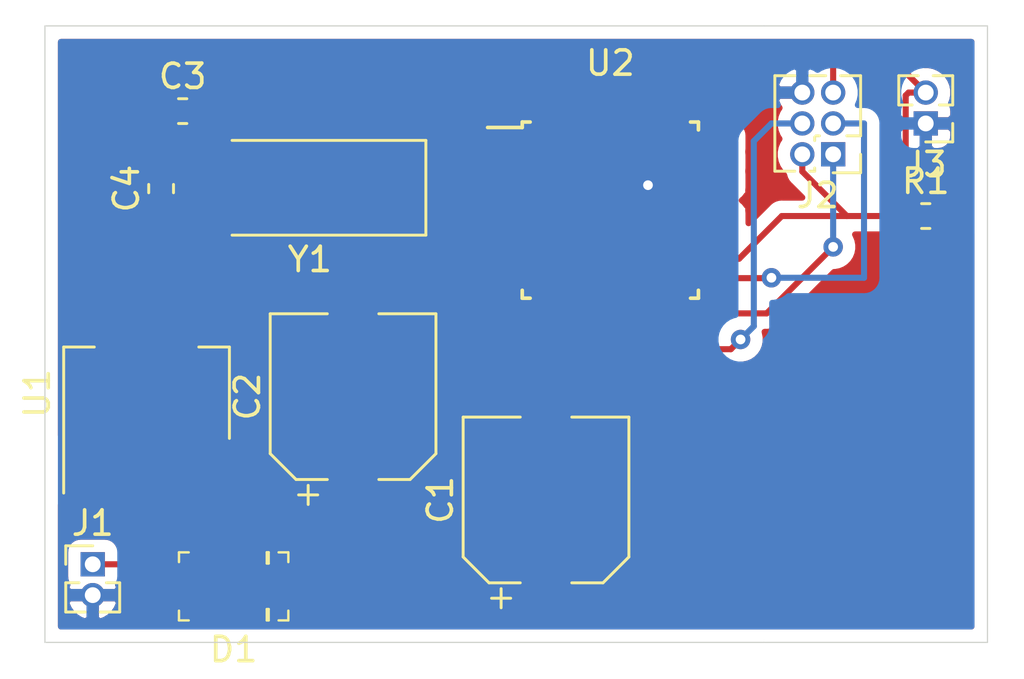
<source format=kicad_pcb>
(kicad_pcb (version 20171130) (host pcbnew "(5.1.5)-3")

  (general
    (thickness 1.6)
    (drawings 6)
    (tracks 91)
    (zones 0)
    (modules 12)
    (nets 31)
  )

  (page A4)
  (layers
    (0 F.Cu signal)
    (31 B.Cu signal)
    (32 B.Adhes user)
    (33 F.Adhes user)
    (34 B.Paste user)
    (35 F.Paste user)
    (36 B.SilkS user)
    (37 F.SilkS user)
    (38 B.Mask user)
    (39 F.Mask user)
    (40 Dwgs.User user)
    (41 Cmts.User user)
    (42 Eco1.User user)
    (43 Eco2.User user)
    (44 Edge.Cuts user)
    (45 Margin user)
    (46 B.CrtYd user)
    (47 F.CrtYd user)
    (48 B.Fab user)
    (49 F.Fab user)
  )

  (setup
    (last_trace_width 0.25)
    (trace_clearance 0.2)
    (zone_clearance 0.508)
    (zone_45_only no)
    (trace_min 0.2)
    (via_size 0.8)
    (via_drill 0.4)
    (via_min_size 0.4)
    (via_min_drill 0.3)
    (uvia_size 0.3)
    (uvia_drill 0.1)
    (uvias_allowed no)
    (uvia_min_size 0.2)
    (uvia_min_drill 0.1)
    (edge_width 0.05)
    (segment_width 0.2)
    (pcb_text_width 0.3)
    (pcb_text_size 1.5 1.5)
    (mod_edge_width 0.12)
    (mod_text_size 1 1)
    (mod_text_width 0.15)
    (pad_size 1.524 1.524)
    (pad_drill 0.762)
    (pad_to_mask_clearance 0.051)
    (solder_mask_min_width 0.25)
    (aux_axis_origin 0 0)
    (visible_elements 7FFFFFFF)
    (pcbplotparams
      (layerselection 0x010fc_ffffffff)
      (usegerberextensions false)
      (usegerberattributes false)
      (usegerberadvancedattributes false)
      (creategerberjobfile false)
      (excludeedgelayer true)
      (linewidth 0.100000)
      (plotframeref false)
      (viasonmask false)
      (mode 1)
      (useauxorigin false)
      (hpglpennumber 1)
      (hpglpenspeed 20)
      (hpglpendiameter 15.000000)
      (psnegative false)
      (psa4output false)
      (plotreference true)
      (plotvalue true)
      (plotinvisibletext false)
      (padsonsilk false)
      (subtractmaskfromsilk false)
      (outputformat 1)
      (mirror false)
      (drillshape 1)
      (scaleselection 1)
      (outputdirectory ""))
  )

  (net 0 "")
  (net 1 GND)
  (net 2 "Net-(C1-Pad1)")
  (net 3 +5V)
  (net 4 "Net-(C3-Pad2)")
  (net 5 "Net-(C4-Pad2)")
  (net 6 RawVin)
  (net 7 "Net-(U2-Pad1)")
  (net 8 "Net-(U2-Pad2)")
  (net 9 "Net-(U2-Pad9)")
  (net 10 "Net-(U2-Pad10)")
  (net 11 "Net-(U2-Pad11)")
  (net 12 "Net-(U2-Pad12)")
  (net 13 "Net-(U2-Pad13)")
  (net 14 "Net-(U2-Pad14)")
  (net 15 "Net-(U2-Pad19)")
  (net 16 "Net-(U2-Pad20)")
  (net 17 "Net-(U2-Pad22)")
  (net 18 "Net-(U2-Pad23)")
  (net 19 "Net-(U2-Pad24)")
  (net 20 "Net-(U2-Pad25)")
  (net 21 "Net-(U2-Pad26)")
  (net 22 "Net-(U2-Pad27)")
  (net 23 "Net-(U2-Pad28)")
  (net 24 "Net-(U2-Pad30)")
  (net 25 "Net-(U2-Pad31)")
  (net 26 "Net-(U2-Pad32)")
  (net 27 MISO)
  (net 28 SCK)
  (net 29 MOSI)
  (net 30 RESET)

  (net_class Default "This is the default net class."
    (clearance 0.2)
    (trace_width 0.25)
    (via_dia 0.8)
    (via_drill 0.4)
    (uvia_dia 0.3)
    (uvia_drill 0.1)
    (add_net +5V)
    (add_net GND)
    (add_net MISO)
    (add_net MOSI)
    (add_net "Net-(C1-Pad1)")
    (add_net "Net-(C3-Pad2)")
    (add_net "Net-(C4-Pad2)")
    (add_net "Net-(U2-Pad1)")
    (add_net "Net-(U2-Pad10)")
    (add_net "Net-(U2-Pad11)")
    (add_net "Net-(U2-Pad12)")
    (add_net "Net-(U2-Pad13)")
    (add_net "Net-(U2-Pad14)")
    (add_net "Net-(U2-Pad19)")
    (add_net "Net-(U2-Pad2)")
    (add_net "Net-(U2-Pad20)")
    (add_net "Net-(U2-Pad22)")
    (add_net "Net-(U2-Pad23)")
    (add_net "Net-(U2-Pad24)")
    (add_net "Net-(U2-Pad25)")
    (add_net "Net-(U2-Pad26)")
    (add_net "Net-(U2-Pad27)")
    (add_net "Net-(U2-Pad28)")
    (add_net "Net-(U2-Pad30)")
    (add_net "Net-(U2-Pad31)")
    (add_net "Net-(U2-Pad32)")
    (add_net "Net-(U2-Pad9)")
    (add_net RESET)
    (add_net RawVin)
    (add_net SCK)
  )

  (module digikey-footprints:DO-214AC (layer F.Cu) (tedit 5D288F0C) (tstamp 5E763363)
    (at 104.87 55.88 180)
    (path /5E721B9F)
    (attr smd)
    (fp_text reference D1 (at 0 -2.6) (layer F.SilkS)
      (effects (font (size 1 1) (thickness 0.15)))
    )
    (fp_text value S1M (at 0 2.45) (layer F.Fab)
      (effects (font (size 1 1) (thickness 0.15)))
    )
    (fp_line (start -1.44018 -1.30048) (end -1.44018 1.30048) (layer F.Fab) (width 0.1))
    (fp_line (start -1.44018 1.30048) (end -1.36398 1.30048) (layer F.Fab) (width 0.1))
    (fp_line (start -1.36398 1.30048) (end -1.36144 -1.30048) (layer F.Fab) (width 0.1))
    (fp_line (start -1.36144 -1.30048) (end -1.44018 -1.30048) (layer F.Fab) (width 0.1))
    (fp_line (start -1.44018 1.40208) (end -1.44018 0.94234) (layer F.SilkS) (width 0.1))
    (fp_line (start -1.44018 0.94234) (end -1.36398 0.94234) (layer F.SilkS) (width 0.1))
    (fp_line (start -1.36398 0.94234) (end -1.36398 1.40208) (layer F.SilkS) (width 0.1))
    (fp_line (start -1.36398 1.40208) (end -1.44018 1.40208) (layer F.SilkS) (width 0.1))
    (fp_line (start -1.44018 -1.39954) (end -1.44018 -0.93472) (layer F.SilkS) (width 0.1))
    (fp_line (start -1.44018 -0.93472) (end -1.36398 -0.93472) (layer F.SilkS) (width 0.1))
    (fp_line (start -1.36398 -0.93472) (end -1.36398 -1.39954) (layer F.SilkS) (width 0.1))
    (fp_line (start -1.36398 -1.39954) (end -1.44018 -1.39954) (layer F.SilkS) (width 0.1))
    (fp_line (start -3.5 1.55) (end 3.5 1.55) (layer F.CrtYd) (width 0.05))
    (fp_line (start -3.5 -1.55) (end 3.5 -1.55) (layer F.CrtYd) (width 0.05))
    (fp_line (start 3.5 -1.55) (end 3.5 1.55) (layer F.CrtYd) (width 0.05))
    (fp_line (start -3.5 -1.55) (end -3.5 1.55) (layer F.CrtYd) (width 0.05))
    (fp_line (start 2.25 1.4) (end 1.85 1.4) (layer F.SilkS) (width 0.1))
    (fp_line (start 2.25 1.4) (end 2.25 1) (layer F.SilkS) (width 0.1))
    (fp_line (start -2.25 1.4) (end -1.85 1.4) (layer F.SilkS) (width 0.1))
    (fp_line (start -2.25 1.4) (end -2.25 1) (layer F.SilkS) (width 0.1))
    (fp_line (start -2.25 -1.4) (end -2.25 -1) (layer F.SilkS) (width 0.1))
    (fp_line (start -2.25 -1.4) (end -1.85 -1.4) (layer F.SilkS) (width 0.1))
    (fp_line (start 2.25 -1.4) (end 1.85 -1.4) (layer F.SilkS) (width 0.1))
    (fp_line (start 2.25 -1.4) (end 2.25 -1) (layer F.SilkS) (width 0.1))
    (fp_text user %R (at 0.40894 0) (layer F.Fab)
      (effects (font (size 0.75 0.75) (thickness 0.075)))
    )
    (fp_line (start -2.15 1.3) (end 2.15 1.3) (layer F.Fab) (width 0.1))
    (fp_line (start -2.15 -1.3) (end 2.15 -1.3) (layer F.Fab) (width 0.1))
    (fp_line (start 2.15 -1.3) (end 2.15 1.3) (layer F.Fab) (width 0.1))
    (fp_line (start -2.15 -1.3) (end -2.15 1.3) (layer F.Fab) (width 0.1))
    (pad A smd rect (at 2 0 180) (size 2.5 1.7) (layers F.Cu F.Paste F.Mask)
      (net 6 RawVin))
    (pad K smd rect (at -2 0 180) (size 2.5 1.7) (layers F.Cu F.Paste F.Mask)
      (net 2 "Net-(C1-Pad1)"))
  )

  (module Capacitor_SMD:CP_Elec_6.3x5.9 (layer F.Cu) (tedit 5BCA39D0) (tstamp 5E725416)
    (at 117.72392 52.324 90)
    (descr "SMD capacitor, aluminum electrolytic, Panasonic C6, 6.3x5.9mm")
    (tags "capacitor electrolytic")
    (path /5E71D570)
    (attr smd)
    (fp_text reference C1 (at 0 -4.35 90) (layer F.SilkS)
      (effects (font (size 1 1) (thickness 0.15)))
    )
    (fp_text value 47uF (at 0 4.35 90) (layer F.Fab)
      (effects (font (size 1 1) (thickness 0.15)))
    )
    (fp_text user %R (at 0 0 90) (layer F.Fab)
      (effects (font (size 1 1) (thickness 0.15)))
    )
    (fp_line (start -4.8 1.05) (end -3.55 1.05) (layer F.CrtYd) (width 0.05))
    (fp_line (start -4.8 -1.05) (end -4.8 1.05) (layer F.CrtYd) (width 0.05))
    (fp_line (start -3.55 -1.05) (end -4.8 -1.05) (layer F.CrtYd) (width 0.05))
    (fp_line (start -3.55 1.05) (end -3.55 2.4) (layer F.CrtYd) (width 0.05))
    (fp_line (start -3.55 -2.4) (end -3.55 -1.05) (layer F.CrtYd) (width 0.05))
    (fp_line (start -3.55 -2.4) (end -2.4 -3.55) (layer F.CrtYd) (width 0.05))
    (fp_line (start -3.55 2.4) (end -2.4 3.55) (layer F.CrtYd) (width 0.05))
    (fp_line (start -2.4 -3.55) (end 3.55 -3.55) (layer F.CrtYd) (width 0.05))
    (fp_line (start -2.4 3.55) (end 3.55 3.55) (layer F.CrtYd) (width 0.05))
    (fp_line (start 3.55 1.05) (end 3.55 3.55) (layer F.CrtYd) (width 0.05))
    (fp_line (start 4.8 1.05) (end 3.55 1.05) (layer F.CrtYd) (width 0.05))
    (fp_line (start 4.8 -1.05) (end 4.8 1.05) (layer F.CrtYd) (width 0.05))
    (fp_line (start 3.55 -1.05) (end 4.8 -1.05) (layer F.CrtYd) (width 0.05))
    (fp_line (start 3.55 -3.55) (end 3.55 -1.05) (layer F.CrtYd) (width 0.05))
    (fp_line (start -4.04375 -2.24125) (end -4.04375 -1.45375) (layer F.SilkS) (width 0.12))
    (fp_line (start -4.4375 -1.8475) (end -3.65 -1.8475) (layer F.SilkS) (width 0.12))
    (fp_line (start -3.41 2.345563) (end -2.345563 3.41) (layer F.SilkS) (width 0.12))
    (fp_line (start -3.41 -2.345563) (end -2.345563 -3.41) (layer F.SilkS) (width 0.12))
    (fp_line (start -3.41 -2.345563) (end -3.41 -1.06) (layer F.SilkS) (width 0.12))
    (fp_line (start -3.41 2.345563) (end -3.41 1.06) (layer F.SilkS) (width 0.12))
    (fp_line (start -2.345563 3.41) (end 3.41 3.41) (layer F.SilkS) (width 0.12))
    (fp_line (start -2.345563 -3.41) (end 3.41 -3.41) (layer F.SilkS) (width 0.12))
    (fp_line (start 3.41 -3.41) (end 3.41 -1.06) (layer F.SilkS) (width 0.12))
    (fp_line (start 3.41 3.41) (end 3.41 1.06) (layer F.SilkS) (width 0.12))
    (fp_line (start -2.389838 -1.645) (end -2.389838 -1.015) (layer F.Fab) (width 0.1))
    (fp_line (start -2.704838 -1.33) (end -2.074838 -1.33) (layer F.Fab) (width 0.1))
    (fp_line (start -3.3 2.3) (end -2.3 3.3) (layer F.Fab) (width 0.1))
    (fp_line (start -3.3 -2.3) (end -2.3 -3.3) (layer F.Fab) (width 0.1))
    (fp_line (start -3.3 -2.3) (end -3.3 2.3) (layer F.Fab) (width 0.1))
    (fp_line (start -2.3 3.3) (end 3.3 3.3) (layer F.Fab) (width 0.1))
    (fp_line (start -2.3 -3.3) (end 3.3 -3.3) (layer F.Fab) (width 0.1))
    (fp_line (start 3.3 -3.3) (end 3.3 3.3) (layer F.Fab) (width 0.1))
    (fp_circle (center 0 0) (end 3.15 0) (layer F.Fab) (width 0.1))
    (pad 2 smd roundrect (at 2.8 0 90) (size 3.5 1.6) (layers F.Cu F.Paste F.Mask) (roundrect_rratio 0.15625)
      (net 1 GND))
    (pad 1 smd roundrect (at -2.8 0 90) (size 3.5 1.6) (layers F.Cu F.Paste F.Mask) (roundrect_rratio 0.15625)
      (net 2 "Net-(C1-Pad1)"))
    (model ${KISYS3DMOD}/Capacitor_SMD.3dshapes/CP_Elec_6.3x5.9.wrl
      (at (xyz 0 0 0))
      (scale (xyz 1 1 1))
      (rotate (xyz 0 0 0))
    )
  )

  (module Capacitor_SMD:CP_Elec_6.3x5.9 (layer F.Cu) (tedit 5BCA39D0) (tstamp 5E72543E)
    (at 109.78388 48.07204 90)
    (descr "SMD capacitor, aluminum electrolytic, Panasonic C6, 6.3x5.9mm")
    (tags "capacitor electrolytic")
    (path /5E71CBED)
    (attr smd)
    (fp_text reference C2 (at 0 -4.35 90) (layer F.SilkS)
      (effects (font (size 1 1) (thickness 0.15)))
    )
    (fp_text value 47uF (at 0 4.35 90) (layer F.Fab)
      (effects (font (size 1 1) (thickness 0.15)))
    )
    (fp_circle (center 0 0) (end 3.15 0) (layer F.Fab) (width 0.1))
    (fp_line (start 3.3 -3.3) (end 3.3 3.3) (layer F.Fab) (width 0.1))
    (fp_line (start -2.3 -3.3) (end 3.3 -3.3) (layer F.Fab) (width 0.1))
    (fp_line (start -2.3 3.3) (end 3.3 3.3) (layer F.Fab) (width 0.1))
    (fp_line (start -3.3 -2.3) (end -3.3 2.3) (layer F.Fab) (width 0.1))
    (fp_line (start -3.3 -2.3) (end -2.3 -3.3) (layer F.Fab) (width 0.1))
    (fp_line (start -3.3 2.3) (end -2.3 3.3) (layer F.Fab) (width 0.1))
    (fp_line (start -2.704838 -1.33) (end -2.074838 -1.33) (layer F.Fab) (width 0.1))
    (fp_line (start -2.389838 -1.645) (end -2.389838 -1.015) (layer F.Fab) (width 0.1))
    (fp_line (start 3.41 3.41) (end 3.41 1.06) (layer F.SilkS) (width 0.12))
    (fp_line (start 3.41 -3.41) (end 3.41 -1.06) (layer F.SilkS) (width 0.12))
    (fp_line (start -2.345563 -3.41) (end 3.41 -3.41) (layer F.SilkS) (width 0.12))
    (fp_line (start -2.345563 3.41) (end 3.41 3.41) (layer F.SilkS) (width 0.12))
    (fp_line (start -3.41 2.345563) (end -3.41 1.06) (layer F.SilkS) (width 0.12))
    (fp_line (start -3.41 -2.345563) (end -3.41 -1.06) (layer F.SilkS) (width 0.12))
    (fp_line (start -3.41 -2.345563) (end -2.345563 -3.41) (layer F.SilkS) (width 0.12))
    (fp_line (start -3.41 2.345563) (end -2.345563 3.41) (layer F.SilkS) (width 0.12))
    (fp_line (start -4.4375 -1.8475) (end -3.65 -1.8475) (layer F.SilkS) (width 0.12))
    (fp_line (start -4.04375 -2.24125) (end -4.04375 -1.45375) (layer F.SilkS) (width 0.12))
    (fp_line (start 3.55 -3.55) (end 3.55 -1.05) (layer F.CrtYd) (width 0.05))
    (fp_line (start 3.55 -1.05) (end 4.8 -1.05) (layer F.CrtYd) (width 0.05))
    (fp_line (start 4.8 -1.05) (end 4.8 1.05) (layer F.CrtYd) (width 0.05))
    (fp_line (start 4.8 1.05) (end 3.55 1.05) (layer F.CrtYd) (width 0.05))
    (fp_line (start 3.55 1.05) (end 3.55 3.55) (layer F.CrtYd) (width 0.05))
    (fp_line (start -2.4 3.55) (end 3.55 3.55) (layer F.CrtYd) (width 0.05))
    (fp_line (start -2.4 -3.55) (end 3.55 -3.55) (layer F.CrtYd) (width 0.05))
    (fp_line (start -3.55 2.4) (end -2.4 3.55) (layer F.CrtYd) (width 0.05))
    (fp_line (start -3.55 -2.4) (end -2.4 -3.55) (layer F.CrtYd) (width 0.05))
    (fp_line (start -3.55 -2.4) (end -3.55 -1.05) (layer F.CrtYd) (width 0.05))
    (fp_line (start -3.55 1.05) (end -3.55 2.4) (layer F.CrtYd) (width 0.05))
    (fp_line (start -3.55 -1.05) (end -4.8 -1.05) (layer F.CrtYd) (width 0.05))
    (fp_line (start -4.8 -1.05) (end -4.8 1.05) (layer F.CrtYd) (width 0.05))
    (fp_line (start -4.8 1.05) (end -3.55 1.05) (layer F.CrtYd) (width 0.05))
    (fp_text user %R (at 0 0 90) (layer F.Fab)
      (effects (font (size 1 1) (thickness 0.15)))
    )
    (pad 1 smd roundrect (at -2.8 0 90) (size 3.5 1.6) (layers F.Cu F.Paste F.Mask) (roundrect_rratio 0.15625)
      (net 3 +5V))
    (pad 2 smd roundrect (at 2.8 0 90) (size 3.5 1.6) (layers F.Cu F.Paste F.Mask) (roundrect_rratio 0.15625)
      (net 1 GND))
    (model ${KISYS3DMOD}/Capacitor_SMD.3dshapes/CP_Elec_6.3x5.9.wrl
      (at (xyz 0 0 0))
      (scale (xyz 1 1 1))
      (rotate (xyz 0 0 0))
    )
  )

  (module Capacitor_SMD:C_0603_1608Metric_Pad1.05x0.95mm_HandSolder (layer F.Cu) (tedit 5B301BBE) (tstamp 5E72544F)
    (at 102.77224 36.322)
    (descr "Capacitor SMD 0603 (1608 Metric), square (rectangular) end terminal, IPC_7351 nominal with elongated pad for handsoldering. (Body size source: http://www.tortai-tech.com/upload/download/2011102023233369053.pdf), generated with kicad-footprint-generator")
    (tags "capacitor handsolder")
    (path /5E721F3C)
    (attr smd)
    (fp_text reference C3 (at 0 -1.43) (layer F.SilkS)
      (effects (font (size 1 1) (thickness 0.15)))
    )
    (fp_text value 22pF (at 0 1.43) (layer F.Fab)
      (effects (font (size 1 1) (thickness 0.15)))
    )
    (fp_line (start -0.8 0.4) (end -0.8 -0.4) (layer F.Fab) (width 0.1))
    (fp_line (start -0.8 -0.4) (end 0.8 -0.4) (layer F.Fab) (width 0.1))
    (fp_line (start 0.8 -0.4) (end 0.8 0.4) (layer F.Fab) (width 0.1))
    (fp_line (start 0.8 0.4) (end -0.8 0.4) (layer F.Fab) (width 0.1))
    (fp_line (start -0.171267 -0.51) (end 0.171267 -0.51) (layer F.SilkS) (width 0.12))
    (fp_line (start -0.171267 0.51) (end 0.171267 0.51) (layer F.SilkS) (width 0.12))
    (fp_line (start -1.65 0.73) (end -1.65 -0.73) (layer F.CrtYd) (width 0.05))
    (fp_line (start -1.65 -0.73) (end 1.65 -0.73) (layer F.CrtYd) (width 0.05))
    (fp_line (start 1.65 -0.73) (end 1.65 0.73) (layer F.CrtYd) (width 0.05))
    (fp_line (start 1.65 0.73) (end -1.65 0.73) (layer F.CrtYd) (width 0.05))
    (fp_text user %R (at 0 0) (layer F.Fab)
      (effects (font (size 0.4 0.4) (thickness 0.06)))
    )
    (pad 1 smd roundrect (at -0.875 0) (size 1.05 0.95) (layers F.Cu F.Paste F.Mask) (roundrect_rratio 0.25)
      (net 1 GND))
    (pad 2 smd roundrect (at 0.875 0) (size 1.05 0.95) (layers F.Cu F.Paste F.Mask) (roundrect_rratio 0.25)
      (net 4 "Net-(C3-Pad2)"))
    (model ${KISYS3DMOD}/Capacitor_SMD.3dshapes/C_0603_1608Metric.wrl
      (at (xyz 0 0 0))
      (scale (xyz 1 1 1))
      (rotate (xyz 0 0 0))
    )
  )

  (module Capacitor_SMD:C_0603_1608Metric_Pad1.05x0.95mm_HandSolder (layer F.Cu) (tedit 5B301BBE) (tstamp 5E725460)
    (at 101.88448 39.511 90)
    (descr "Capacitor SMD 0603 (1608 Metric), square (rectangular) end terminal, IPC_7351 nominal with elongated pad for handsoldering. (Body size source: http://www.tortai-tech.com/upload/download/2011102023233369053.pdf), generated with kicad-footprint-generator")
    (tags "capacitor handsolder")
    (path /5E722E73)
    (attr smd)
    (fp_text reference C4 (at 0 -1.43 90) (layer F.SilkS)
      (effects (font (size 1 1) (thickness 0.15)))
    )
    (fp_text value 22pF (at 0 1.43 90) (layer F.Fab)
      (effects (font (size 1 1) (thickness 0.15)))
    )
    (fp_text user %R (at 0 0 90) (layer F.Fab)
      (effects (font (size 0.4 0.4) (thickness 0.06)))
    )
    (fp_line (start 1.65 0.73) (end -1.65 0.73) (layer F.CrtYd) (width 0.05))
    (fp_line (start 1.65 -0.73) (end 1.65 0.73) (layer F.CrtYd) (width 0.05))
    (fp_line (start -1.65 -0.73) (end 1.65 -0.73) (layer F.CrtYd) (width 0.05))
    (fp_line (start -1.65 0.73) (end -1.65 -0.73) (layer F.CrtYd) (width 0.05))
    (fp_line (start -0.171267 0.51) (end 0.171267 0.51) (layer F.SilkS) (width 0.12))
    (fp_line (start -0.171267 -0.51) (end 0.171267 -0.51) (layer F.SilkS) (width 0.12))
    (fp_line (start 0.8 0.4) (end -0.8 0.4) (layer F.Fab) (width 0.1))
    (fp_line (start 0.8 -0.4) (end 0.8 0.4) (layer F.Fab) (width 0.1))
    (fp_line (start -0.8 -0.4) (end 0.8 -0.4) (layer F.Fab) (width 0.1))
    (fp_line (start -0.8 0.4) (end -0.8 -0.4) (layer F.Fab) (width 0.1))
    (pad 2 smd roundrect (at 0.875 0 90) (size 1.05 0.95) (layers F.Cu F.Paste F.Mask) (roundrect_rratio 0.25)
      (net 5 "Net-(C4-Pad2)"))
    (pad 1 smd roundrect (at -0.875 0 90) (size 1.05 0.95) (layers F.Cu F.Paste F.Mask) (roundrect_rratio 0.25)
      (net 1 GND))
    (model ${KISYS3DMOD}/Capacitor_SMD.3dshapes/C_0603_1608Metric.wrl
      (at (xyz 0 0 0))
      (scale (xyz 1 1 1))
      (rotate (xyz 0 0 0))
    )
  )

  (module Connector_PinHeader_1.27mm:PinHeader_1x02_P1.27mm_Vertical (layer F.Cu) (tedit 59FED6E3) (tstamp 5E725BC5)
    (at 99.07016 54.97068)
    (descr "Through hole straight pin header, 1x02, 1.27mm pitch, single row")
    (tags "Through hole pin header THT 1x02 1.27mm single row")
    (path /5E722CC8)
    (fp_text reference J1 (at 0 -1.695) (layer F.SilkS)
      (effects (font (size 1 1) (thickness 0.15)))
    )
    (fp_text value "Güç Girişi" (at 0 2.965) (layer F.Fab)
      (effects (font (size 1 1) (thickness 0.15)))
    )
    (fp_line (start -0.525 -0.635) (end 1.05 -0.635) (layer F.Fab) (width 0.1))
    (fp_line (start 1.05 -0.635) (end 1.05 1.905) (layer F.Fab) (width 0.1))
    (fp_line (start 1.05 1.905) (end -1.05 1.905) (layer F.Fab) (width 0.1))
    (fp_line (start -1.05 1.905) (end -1.05 -0.11) (layer F.Fab) (width 0.1))
    (fp_line (start -1.05 -0.11) (end -0.525 -0.635) (layer F.Fab) (width 0.1))
    (fp_line (start -1.11 1.965) (end -0.30753 1.965) (layer F.SilkS) (width 0.12))
    (fp_line (start 0.30753 1.965) (end 1.11 1.965) (layer F.SilkS) (width 0.12))
    (fp_line (start -1.11 0.76) (end -1.11 1.965) (layer F.SilkS) (width 0.12))
    (fp_line (start 1.11 0.76) (end 1.11 1.965) (layer F.SilkS) (width 0.12))
    (fp_line (start -1.11 0.76) (end -0.563471 0.76) (layer F.SilkS) (width 0.12))
    (fp_line (start 0.563471 0.76) (end 1.11 0.76) (layer F.SilkS) (width 0.12))
    (fp_line (start -1.11 0) (end -1.11 -0.76) (layer F.SilkS) (width 0.12))
    (fp_line (start -1.11 -0.76) (end 0 -0.76) (layer F.SilkS) (width 0.12))
    (fp_line (start -1.55 -1.15) (end -1.55 2.45) (layer F.CrtYd) (width 0.05))
    (fp_line (start -1.55 2.45) (end 1.55 2.45) (layer F.CrtYd) (width 0.05))
    (fp_line (start 1.55 2.45) (end 1.55 -1.15) (layer F.CrtYd) (width 0.05))
    (fp_line (start 1.55 -1.15) (end -1.55 -1.15) (layer F.CrtYd) (width 0.05))
    (fp_text user %R (at 0 0.635 90) (layer F.Fab)
      (effects (font (size 1 1) (thickness 0.15)))
    )
    (pad 1 thru_hole rect (at 0 0) (size 1 1) (drill 0.65) (layers *.Cu *.Mask)
      (net 6 RawVin))
    (pad 2 thru_hole oval (at 0 1.27) (size 1 1) (drill 0.65) (layers *.Cu *.Mask)
      (net 1 GND))
    (model ${KISYS3DMOD}/Connector_PinHeader_1.27mm.3dshapes/PinHeader_1x02_P1.27mm_Vertical.wrl
      (at (xyz 0 0 0))
      (scale (xyz 1 1 1))
      (rotate (xyz 0 0 0))
    )
  )

  (module Package_TO_SOT_SMD:SOT-223-3_TabPin2 (layer F.Cu) (tedit 5A02FF57) (tstamp 5E7254AD)
    (at 101.28504 47.93996 90)
    (descr "module CMS SOT223 4 pins")
    (tags "CMS SOT")
    (path /5E71A709)
    (attr smd)
    (fp_text reference U1 (at 0 -4.5 90) (layer F.SilkS)
      (effects (font (size 1 1) (thickness 0.15)))
    )
    (fp_text value NCP1117-5.0_SOT223 (at 0 4.5 90) (layer F.Fab)
      (effects (font (size 1 1) (thickness 0.15)))
    )
    (fp_text user %R (at 0 0) (layer F.Fab)
      (effects (font (size 0.8 0.8) (thickness 0.12)))
    )
    (fp_line (start 1.91 3.41) (end 1.91 2.15) (layer F.SilkS) (width 0.12))
    (fp_line (start 1.91 -3.41) (end 1.91 -2.15) (layer F.SilkS) (width 0.12))
    (fp_line (start 4.4 -3.6) (end -4.4 -3.6) (layer F.CrtYd) (width 0.05))
    (fp_line (start 4.4 3.6) (end 4.4 -3.6) (layer F.CrtYd) (width 0.05))
    (fp_line (start -4.4 3.6) (end 4.4 3.6) (layer F.CrtYd) (width 0.05))
    (fp_line (start -4.4 -3.6) (end -4.4 3.6) (layer F.CrtYd) (width 0.05))
    (fp_line (start -1.85 -2.35) (end -0.85 -3.35) (layer F.Fab) (width 0.1))
    (fp_line (start -1.85 -2.35) (end -1.85 3.35) (layer F.Fab) (width 0.1))
    (fp_line (start -1.85 3.41) (end 1.91 3.41) (layer F.SilkS) (width 0.12))
    (fp_line (start -0.85 -3.35) (end 1.85 -3.35) (layer F.Fab) (width 0.1))
    (fp_line (start -4.1 -3.41) (end 1.91 -3.41) (layer F.SilkS) (width 0.12))
    (fp_line (start -1.85 3.35) (end 1.85 3.35) (layer F.Fab) (width 0.1))
    (fp_line (start 1.85 -3.35) (end 1.85 3.35) (layer F.Fab) (width 0.1))
    (pad 2 smd rect (at 3.15 0 90) (size 2 3.8) (layers F.Cu F.Paste F.Mask)
      (net 3 +5V))
    (pad 2 smd rect (at -3.15 0 90) (size 2 1.5) (layers F.Cu F.Paste F.Mask)
      (net 3 +5V))
    (pad 3 smd rect (at -3.15 2.3 90) (size 2 1.5) (layers F.Cu F.Paste F.Mask)
      (net 2 "Net-(C1-Pad1)"))
    (pad 1 smd rect (at -3.15 -2.3 90) (size 2 1.5) (layers F.Cu F.Paste F.Mask)
      (net 1 GND))
    (model ${KISYS3DMOD}/Package_TO_SOT_SMD.3dshapes/SOT-223.wrl
      (at (xyz 0 0 0))
      (scale (xyz 1 1 1))
      (rotate (xyz 0 0 0))
    )
  )

  (module Package_QFP:TQFP-32_7x7mm_P0.8mm (layer F.Cu) (tedit 5A02F146) (tstamp 5E7254E4)
    (at 120.3706 40.39616)
    (descr "32-Lead Plastic Thin Quad Flatpack (PT) - 7x7x1.0 mm Body, 2.00 mm [TQFP] (see Microchip Packaging Specification 00000049BS.pdf)")
    (tags "QFP 0.8")
    (path /5E71227A)
    (attr smd)
    (fp_text reference U2 (at 0 -6.05) (layer F.SilkS)
      (effects (font (size 1 1) (thickness 0.15)))
    )
    (fp_text value ATmega328P-AU (at 0 6.05) (layer F.Fab)
      (effects (font (size 1 1) (thickness 0.15)))
    )
    (fp_text user %R (at 0 0) (layer F.Fab)
      (effects (font (size 1 1) (thickness 0.15)))
    )
    (fp_line (start -2.5 -3.5) (end 3.5 -3.5) (layer F.Fab) (width 0.15))
    (fp_line (start 3.5 -3.5) (end 3.5 3.5) (layer F.Fab) (width 0.15))
    (fp_line (start 3.5 3.5) (end -3.5 3.5) (layer F.Fab) (width 0.15))
    (fp_line (start -3.5 3.5) (end -3.5 -2.5) (layer F.Fab) (width 0.15))
    (fp_line (start -3.5 -2.5) (end -2.5 -3.5) (layer F.Fab) (width 0.15))
    (fp_line (start -5.3 -5.3) (end -5.3 5.3) (layer F.CrtYd) (width 0.05))
    (fp_line (start 5.3 -5.3) (end 5.3 5.3) (layer F.CrtYd) (width 0.05))
    (fp_line (start -5.3 -5.3) (end 5.3 -5.3) (layer F.CrtYd) (width 0.05))
    (fp_line (start -5.3 5.3) (end 5.3 5.3) (layer F.CrtYd) (width 0.05))
    (fp_line (start -3.625 -3.625) (end -3.625 -3.4) (layer F.SilkS) (width 0.15))
    (fp_line (start 3.625 -3.625) (end 3.625 -3.3) (layer F.SilkS) (width 0.15))
    (fp_line (start 3.625 3.625) (end 3.625 3.3) (layer F.SilkS) (width 0.15))
    (fp_line (start -3.625 3.625) (end -3.625 3.3) (layer F.SilkS) (width 0.15))
    (fp_line (start -3.625 -3.625) (end -3.3 -3.625) (layer F.SilkS) (width 0.15))
    (fp_line (start -3.625 3.625) (end -3.3 3.625) (layer F.SilkS) (width 0.15))
    (fp_line (start 3.625 3.625) (end 3.3 3.625) (layer F.SilkS) (width 0.15))
    (fp_line (start 3.625 -3.625) (end 3.3 -3.625) (layer F.SilkS) (width 0.15))
    (fp_line (start -3.625 -3.4) (end -5.05 -3.4) (layer F.SilkS) (width 0.15))
    (pad 1 smd rect (at -4.25 -2.8) (size 1.6 0.55) (layers F.Cu F.Paste F.Mask)
      (net 7 "Net-(U2-Pad1)"))
    (pad 2 smd rect (at -4.25 -2) (size 1.6 0.55) (layers F.Cu F.Paste F.Mask)
      (net 8 "Net-(U2-Pad2)"))
    (pad 3 smd rect (at -4.25 -1.2) (size 1.6 0.55) (layers F.Cu F.Paste F.Mask)
      (net 1 GND))
    (pad 4 smd rect (at -4.25 -0.4) (size 1.6 0.55) (layers F.Cu F.Paste F.Mask)
      (net 3 +5V))
    (pad 5 smd rect (at -4.25 0.4) (size 1.6 0.55) (layers F.Cu F.Paste F.Mask)
      (net 1 GND))
    (pad 6 smd rect (at -4.25 1.2) (size 1.6 0.55) (layers F.Cu F.Paste F.Mask)
      (net 3 +5V))
    (pad 7 smd rect (at -4.25 2) (size 1.6 0.55) (layers F.Cu F.Paste F.Mask)
      (net 4 "Net-(C3-Pad2)"))
    (pad 8 smd rect (at -4.25 2.8) (size 1.6 0.55) (layers F.Cu F.Paste F.Mask)
      (net 5 "Net-(C4-Pad2)"))
    (pad 9 smd rect (at -2.8 4.25 90) (size 1.6 0.55) (layers F.Cu F.Paste F.Mask)
      (net 9 "Net-(U2-Pad9)"))
    (pad 10 smd rect (at -2 4.25 90) (size 1.6 0.55) (layers F.Cu F.Paste F.Mask)
      (net 10 "Net-(U2-Pad10)"))
    (pad 11 smd rect (at -1.2 4.25 90) (size 1.6 0.55) (layers F.Cu F.Paste F.Mask)
      (net 11 "Net-(U2-Pad11)"))
    (pad 12 smd rect (at -0.4 4.25 90) (size 1.6 0.55) (layers F.Cu F.Paste F.Mask)
      (net 12 "Net-(U2-Pad12)"))
    (pad 13 smd rect (at 0.4 4.25 90) (size 1.6 0.55) (layers F.Cu F.Paste F.Mask)
      (net 13 "Net-(U2-Pad13)"))
    (pad 14 smd rect (at 1.2 4.25 90) (size 1.6 0.55) (layers F.Cu F.Paste F.Mask)
      (net 14 "Net-(U2-Pad14)"))
    (pad 15 smd rect (at 2 4.25 90) (size 1.6 0.55) (layers F.Cu F.Paste F.Mask)
      (net 29 MOSI))
    (pad 16 smd rect (at 2.8 4.25 90) (size 1.6 0.55) (layers F.Cu F.Paste F.Mask)
      (net 27 MISO))
    (pad 17 smd rect (at 4.25 2.8) (size 1.6 0.55) (layers F.Cu F.Paste F.Mask)
      (net 28 SCK))
    (pad 18 smd rect (at 4.25 2) (size 1.6 0.55) (layers F.Cu F.Paste F.Mask)
      (net 3 +5V))
    (pad 19 smd rect (at 4.25 1.2) (size 1.6 0.55) (layers F.Cu F.Paste F.Mask)
      (net 15 "Net-(U2-Pad19)"))
    (pad 20 smd rect (at 4.25 0.4) (size 1.6 0.55) (layers F.Cu F.Paste F.Mask)
      (net 16 "Net-(U2-Pad20)"))
    (pad 21 smd rect (at 4.25 -0.4) (size 1.6 0.55) (layers F.Cu F.Paste F.Mask)
      (net 1 GND))
    (pad 22 smd rect (at 4.25 -1.2) (size 1.6 0.55) (layers F.Cu F.Paste F.Mask)
      (net 17 "Net-(U2-Pad22)"))
    (pad 23 smd rect (at 4.25 -2) (size 1.6 0.55) (layers F.Cu F.Paste F.Mask)
      (net 18 "Net-(U2-Pad23)"))
    (pad 24 smd rect (at 4.25 -2.8) (size 1.6 0.55) (layers F.Cu F.Paste F.Mask)
      (net 19 "Net-(U2-Pad24)"))
    (pad 25 smd rect (at 2.8 -4.25 90) (size 1.6 0.55) (layers F.Cu F.Paste F.Mask)
      (net 20 "Net-(U2-Pad25)"))
    (pad 26 smd rect (at 2 -4.25 90) (size 1.6 0.55) (layers F.Cu F.Paste F.Mask)
      (net 21 "Net-(U2-Pad26)"))
    (pad 27 smd rect (at 1.2 -4.25 90) (size 1.6 0.55) (layers F.Cu F.Paste F.Mask)
      (net 22 "Net-(U2-Pad27)"))
    (pad 28 smd rect (at 0.4 -4.25 90) (size 1.6 0.55) (layers F.Cu F.Paste F.Mask)
      (net 23 "Net-(U2-Pad28)"))
    (pad 29 smd rect (at -0.4 -4.25 90) (size 1.6 0.55) (layers F.Cu F.Paste F.Mask)
      (net 30 RESET))
    (pad 30 smd rect (at -1.2 -4.25 90) (size 1.6 0.55) (layers F.Cu F.Paste F.Mask)
      (net 24 "Net-(U2-Pad30)"))
    (pad 31 smd rect (at -2 -4.25 90) (size 1.6 0.55) (layers F.Cu F.Paste F.Mask)
      (net 25 "Net-(U2-Pad31)"))
    (pad 32 smd rect (at -2.8 -4.25 90) (size 1.6 0.55) (layers F.Cu F.Paste F.Mask)
      (net 26 "Net-(U2-Pad32)"))
    (model ${KISYS3DMOD}/Package_QFP.3dshapes/TQFP-32_7x7mm_P0.8mm.wrl
      (at (xyz 0 0 0))
      (scale (xyz 1 1 1))
      (rotate (xyz 0 0 0))
    )
  )

  (module Crystal:Crystal_SMD_0603-2Pin_6.0x3.5mm_HandSoldering (layer F.Cu) (tedit 5A0FD1B2) (tstamp 5E7254FF)
    (at 108.00422 39.47668 180)
    (descr "SMD Crystal SERIES SMD0603/2 http://www.petermann-technik.de/fileadmin/petermann/pdf/SMD0603-2.pdf, hand-soldering, 6.0x3.5mm^2 package")
    (tags "SMD SMT crystal hand-soldering")
    (path /5E720FDA)
    (attr smd)
    (fp_text reference Y1 (at 0 -2.95) (layer F.SilkS)
      (effects (font (size 1 1) (thickness 0.15)))
    )
    (fp_text value 16MHz (at 0 2.95) (layer F.Fab)
      (effects (font (size 1 1) (thickness 0.15)))
    )
    (fp_text user %R (at 0 0) (layer F.Fab)
      (effects (font (size 1 1) (thickness 0.15)))
    )
    (fp_line (start -2.9 -1.75) (end 2.9 -1.75) (layer F.Fab) (width 0.1))
    (fp_line (start 2.9 -1.75) (end 3 -1.65) (layer F.Fab) (width 0.1))
    (fp_line (start 3 -1.65) (end 3 1.65) (layer F.Fab) (width 0.1))
    (fp_line (start 3 1.65) (end 2.9 1.75) (layer F.Fab) (width 0.1))
    (fp_line (start 2.9 1.75) (end -2.9 1.75) (layer F.Fab) (width 0.1))
    (fp_line (start -2.9 1.75) (end -3 1.65) (layer F.Fab) (width 0.1))
    (fp_line (start -3 1.65) (end -3 -1.65) (layer F.Fab) (width 0.1))
    (fp_line (start -3 -1.65) (end -2.9 -1.75) (layer F.Fab) (width 0.1))
    (fp_line (start -3 0.75) (end -2 1.75) (layer F.Fab) (width 0.1))
    (fp_line (start 3.2 -1.95) (end -4.775 -1.95) (layer F.SilkS) (width 0.12))
    (fp_line (start -4.775 -1.95) (end -4.775 1.95) (layer F.SilkS) (width 0.12))
    (fp_line (start -4.775 1.95) (end 3.2 1.95) (layer F.SilkS) (width 0.12))
    (fp_line (start -4.9 -2) (end -4.9 2) (layer F.CrtYd) (width 0.05))
    (fp_line (start -4.9 2) (end 4.9 2) (layer F.CrtYd) (width 0.05))
    (fp_line (start 4.9 2) (end 4.9 -2) (layer F.CrtYd) (width 0.05))
    (fp_line (start 4.9 -2) (end -4.9 -2) (layer F.CrtYd) (width 0.05))
    (fp_circle (center 0 0) (end 0.4 0) (layer F.Adhes) (width 0.1))
    (fp_circle (center 0 0) (end 0.333333 0) (layer F.Adhes) (width 0.133333))
    (fp_circle (center 0 0) (end 0.213333 0) (layer F.Adhes) (width 0.133333))
    (fp_circle (center 0 0) (end 0.093333 0) (layer F.Adhes) (width 0.186667))
    (pad 1 smd rect (at -2.9125 0 180) (size 3.325 2.5) (layers F.Cu F.Paste F.Mask)
      (net 4 "Net-(C3-Pad2)"))
    (pad 2 smd rect (at 2.9125 0 180) (size 3.325 2.5) (layers F.Cu F.Paste F.Mask)
      (net 5 "Net-(C4-Pad2)"))
    (model ${KISYS3DMOD}/Crystal.3dshapes/Crystal_SMD_0603-2Pin_6.0x3.5mm_HandSoldering.wrl
      (at (xyz 0 0 0))
      (scale (xyz 1 1 1))
      (rotate (xyz 0 0 0))
    )
  )

  (module Connector_PinHeader_1.27mm:PinHeader_2x03_P1.27mm_Vertical (layer F.Cu) (tedit 59FED6E3) (tstamp 5E768036)
    (at 129.54 38.1 180)
    (descr "Through hole straight pin header, 2x03, 1.27mm pitch, double rows")
    (tags "Through hole pin header THT 2x03 1.27mm double row")
    (path /5E7696BB)
    (fp_text reference J2 (at 0.635 -1.695) (layer F.SilkS)
      (effects (font (size 1 1) (thickness 0.15)))
    )
    (fp_text value ICSP (at 0.635 4.235) (layer F.Fab)
      (effects (font (size 1 1) (thickness 0.15)))
    )
    (fp_line (start -0.2175 -0.635) (end 2.34 -0.635) (layer F.Fab) (width 0.1))
    (fp_line (start 2.34 -0.635) (end 2.34 3.175) (layer F.Fab) (width 0.1))
    (fp_line (start 2.34 3.175) (end -1.07 3.175) (layer F.Fab) (width 0.1))
    (fp_line (start -1.07 3.175) (end -1.07 0.2175) (layer F.Fab) (width 0.1))
    (fp_line (start -1.07 0.2175) (end -0.2175 -0.635) (layer F.Fab) (width 0.1))
    (fp_line (start -1.13 3.235) (end -0.30753 3.235) (layer F.SilkS) (width 0.12))
    (fp_line (start 1.57753 3.235) (end 2.4 3.235) (layer F.SilkS) (width 0.12))
    (fp_line (start 0.30753 3.235) (end 0.96247 3.235) (layer F.SilkS) (width 0.12))
    (fp_line (start -1.13 0.76) (end -1.13 3.235) (layer F.SilkS) (width 0.12))
    (fp_line (start 2.4 -0.695) (end 2.4 3.235) (layer F.SilkS) (width 0.12))
    (fp_line (start -1.13 0.76) (end -0.563471 0.76) (layer F.SilkS) (width 0.12))
    (fp_line (start 0.563471 0.76) (end 0.706529 0.76) (layer F.SilkS) (width 0.12))
    (fp_line (start 0.76 0.706529) (end 0.76 0.563471) (layer F.SilkS) (width 0.12))
    (fp_line (start 0.76 -0.563471) (end 0.76 -0.695) (layer F.SilkS) (width 0.12))
    (fp_line (start 0.76 -0.695) (end 0.96247 -0.695) (layer F.SilkS) (width 0.12))
    (fp_line (start 1.57753 -0.695) (end 2.4 -0.695) (layer F.SilkS) (width 0.12))
    (fp_line (start -1.13 0) (end -1.13 -0.76) (layer F.SilkS) (width 0.12))
    (fp_line (start -1.13 -0.76) (end 0 -0.76) (layer F.SilkS) (width 0.12))
    (fp_line (start -1.6 -1.15) (end -1.6 3.7) (layer F.CrtYd) (width 0.05))
    (fp_line (start -1.6 3.7) (end 2.85 3.7) (layer F.CrtYd) (width 0.05))
    (fp_line (start 2.85 3.7) (end 2.85 -1.15) (layer F.CrtYd) (width 0.05))
    (fp_line (start 2.85 -1.15) (end -1.6 -1.15) (layer F.CrtYd) (width 0.05))
    (fp_text user %R (at 0.635 1.27 90) (layer F.Fab)
      (effects (font (size 1 1) (thickness 0.15)))
    )
    (pad 1 thru_hole rect (at 0 0 180) (size 1 1) (drill 0.65) (layers *.Cu *.Mask)
      (net 27 MISO))
    (pad 2 thru_hole oval (at 1.27 0 180) (size 1 1) (drill 0.65) (layers *.Cu *.Mask)
      (net 3 +5V))
    (pad 3 thru_hole oval (at 0 1.27 180) (size 1 1) (drill 0.65) (layers *.Cu *.Mask)
      (net 28 SCK))
    (pad 4 thru_hole oval (at 1.27 1.27 180) (size 1 1) (drill 0.65) (layers *.Cu *.Mask)
      (net 29 MOSI))
    (pad 5 thru_hole oval (at 0 2.54 180) (size 1 1) (drill 0.65) (layers *.Cu *.Mask)
      (net 30 RESET))
    (pad 6 thru_hole oval (at 1.27 2.54 180) (size 1 1) (drill 0.65) (layers *.Cu *.Mask)
      (net 1 GND))
    (model ${KISYS3DMOD}/Connector_PinHeader_1.27mm.3dshapes/PinHeader_2x03_P1.27mm_Vertical.wrl
      (at (xyz 0 0 0))
      (scale (xyz 1 1 1))
      (rotate (xyz 0 0 0))
    )
  )

  (module Connector_PinHeader_1.27mm:PinHeader_1x02_P1.27mm_Vertical (layer F.Cu) (tedit 59FED6E3) (tstamp 5E76804E)
    (at 133.35 36.83 180)
    (descr "Through hole straight pin header, 1x02, 1.27mm pitch, single row")
    (tags "Through hole pin header THT 1x02 1.27mm single row")
    (path /5E773A44)
    (fp_text reference J3 (at 0 -1.695) (layer F.SilkS)
      (effects (font (size 1 1) (thickness 0.15)))
    )
    (fp_text value "Reset Jmp" (at 0 2.965) (layer F.Fab)
      (effects (font (size 1 1) (thickness 0.15)))
    )
    (fp_line (start -0.525 -0.635) (end 1.05 -0.635) (layer F.Fab) (width 0.1))
    (fp_line (start 1.05 -0.635) (end 1.05 1.905) (layer F.Fab) (width 0.1))
    (fp_line (start 1.05 1.905) (end -1.05 1.905) (layer F.Fab) (width 0.1))
    (fp_line (start -1.05 1.905) (end -1.05 -0.11) (layer F.Fab) (width 0.1))
    (fp_line (start -1.05 -0.11) (end -0.525 -0.635) (layer F.Fab) (width 0.1))
    (fp_line (start -1.11 1.965) (end -0.30753 1.965) (layer F.SilkS) (width 0.12))
    (fp_line (start 0.30753 1.965) (end 1.11 1.965) (layer F.SilkS) (width 0.12))
    (fp_line (start -1.11 0.76) (end -1.11 1.965) (layer F.SilkS) (width 0.12))
    (fp_line (start 1.11 0.76) (end 1.11 1.965) (layer F.SilkS) (width 0.12))
    (fp_line (start -1.11 0.76) (end -0.563471 0.76) (layer F.SilkS) (width 0.12))
    (fp_line (start 0.563471 0.76) (end 1.11 0.76) (layer F.SilkS) (width 0.12))
    (fp_line (start -1.11 0) (end -1.11 -0.76) (layer F.SilkS) (width 0.12))
    (fp_line (start -1.11 -0.76) (end 0 -0.76) (layer F.SilkS) (width 0.12))
    (fp_line (start -1.55 -1.15) (end -1.55 2.45) (layer F.CrtYd) (width 0.05))
    (fp_line (start -1.55 2.45) (end 1.55 2.45) (layer F.CrtYd) (width 0.05))
    (fp_line (start 1.55 2.45) (end 1.55 -1.15) (layer F.CrtYd) (width 0.05))
    (fp_line (start 1.55 -1.15) (end -1.55 -1.15) (layer F.CrtYd) (width 0.05))
    (fp_text user %R (at 0 0.635 90) (layer F.Fab)
      (effects (font (size 1 1) (thickness 0.15)))
    )
    (pad 1 thru_hole rect (at 0 0 180) (size 1 1) (drill 0.65) (layers *.Cu *.Mask)
      (net 1 GND))
    (pad 2 thru_hole oval (at 0 1.27 180) (size 1 1) (drill 0.65) (layers *.Cu *.Mask)
      (net 30 RESET))
    (model ${KISYS3DMOD}/Connector_PinHeader_1.27mm.3dshapes/PinHeader_1x02_P1.27mm_Vertical.wrl
      (at (xyz 0 0 0))
      (scale (xyz 1 1 1))
      (rotate (xyz 0 0 0))
    )
  )

  (module Resistor_SMD:R_0603_1608Metric_Pad1.05x0.95mm_HandSolder (layer F.Cu) (tedit 5B301BBD) (tstamp 5E76805F)
    (at 133.35 40.64)
    (descr "Resistor SMD 0603 (1608 Metric), square (rectangular) end terminal, IPC_7351 nominal with elongated pad for handsoldering. (Body size source: http://www.tortai-tech.com/upload/download/2011102023233369053.pdf), generated with kicad-footprint-generator")
    (tags "resistor handsolder")
    (path /5E76EB57)
    (attr smd)
    (fp_text reference R1 (at 0 -1.43) (layer F.SilkS)
      (effects (font (size 1 1) (thickness 0.15)))
    )
    (fp_text value 10K (at 0 1.43) (layer F.Fab)
      (effects (font (size 1 1) (thickness 0.15)))
    )
    (fp_line (start -0.8 0.4) (end -0.8 -0.4) (layer F.Fab) (width 0.1))
    (fp_line (start -0.8 -0.4) (end 0.8 -0.4) (layer F.Fab) (width 0.1))
    (fp_line (start 0.8 -0.4) (end 0.8 0.4) (layer F.Fab) (width 0.1))
    (fp_line (start 0.8 0.4) (end -0.8 0.4) (layer F.Fab) (width 0.1))
    (fp_line (start -0.171267 -0.51) (end 0.171267 -0.51) (layer F.SilkS) (width 0.12))
    (fp_line (start -0.171267 0.51) (end 0.171267 0.51) (layer F.SilkS) (width 0.12))
    (fp_line (start -1.65 0.73) (end -1.65 -0.73) (layer F.CrtYd) (width 0.05))
    (fp_line (start -1.65 -0.73) (end 1.65 -0.73) (layer F.CrtYd) (width 0.05))
    (fp_line (start 1.65 -0.73) (end 1.65 0.73) (layer F.CrtYd) (width 0.05))
    (fp_line (start 1.65 0.73) (end -1.65 0.73) (layer F.CrtYd) (width 0.05))
    (fp_text user %R (at 0 0) (layer F.Fab)
      (effects (font (size 0.4 0.4) (thickness 0.06)))
    )
    (pad 1 smd roundrect (at -0.875 0) (size 1.05 0.95) (layers F.Cu F.Paste F.Mask) (roundrect_rratio 0.25)
      (net 3 +5V))
    (pad 2 smd roundrect (at 0.875 0) (size 1.05 0.95) (layers F.Cu F.Paste F.Mask) (roundrect_rratio 0.25)
      (net 30 RESET))
    (model ${KISYS3DMOD}/Resistor_SMD.3dshapes/R_0603_1608Metric.wrl
      (at (xyz 0 0 0))
      (scale (xyz 1 1 1))
      (rotate (xyz 0 0 0))
    )
  )

  (gr_line (start 126.6952 32.8168) (end 135.89 32.8168) (layer Edge.Cuts) (width 0.05) (tstamp 5E76813B))
  (gr_line (start 135.89 58.18632) (end 126.6952 58.18632) (layer Edge.Cuts) (width 0.05) (tstamp 5E76813A))
  (gr_line (start 97.1042 58.18632) (end 97.1042 32.8168) (layer Edge.Cuts) (width 0.05))
  (gr_line (start 126.6952 58.18632) (end 97.1042 58.18632) (layer Edge.Cuts) (width 0.05))
  (gr_line (start 135.89 32.8168) (end 135.89 58.18632) (layer Edge.Cuts) (width 0.05))
  (gr_line (start 97.1042 32.8168) (end 126.6952 32.8168) (layer Edge.Cuts) (width 0.05))

  (via (at 121.92 39.37) (size 0.8) (drill 0.4) (layers F.Cu B.Cu) (net 1))
  (segment (start 121.74616 39.19616) (end 121.92 39.37) (width 0.25) (layer F.Cu) (net 1))
  (segment (start 116.1206 39.19616) (end 121.74616 39.19616) (width 0.25) (layer F.Cu) (net 1))
  (segment (start 122.54616 39.99616) (end 124.6206 39.99616) (width 0.25) (layer F.Cu) (net 1))
  (segment (start 121.92 39.37) (end 122.54616 39.99616) (width 0.25) (layer F.Cu) (net 1))
  (via (at 129.54 41.91) (size 0.8) (drill 0.4) (layers F.Cu B.Cu) (net 27))
  (segment (start 117.31336 55.53456) (end 117.72392 55.124) (width 0.25) (layer F.Cu) (net 2))
  (segment (start 106.87 54.78) (end 106.87 55.88) (width 0.25) (layer F.Cu) (net 2))
  (segment (start 106.87 53.37492) (end 106.87 54.78) (width 0.25) (layer F.Cu) (net 2))
  (segment (start 104.58504 51.08996) (end 106.87 53.37492) (width 0.25) (layer F.Cu) (net 2))
  (segment (start 103.58504 51.08996) (end 104.58504 51.08996) (width 0.25) (layer F.Cu) (net 2))
  (segment (start 116.96792 55.88) (end 117.72392 55.124) (width 0.25) (layer F.Cu) (net 2))
  (segment (start 106.87 55.88) (end 116.96792 55.88) (width 0.25) (layer F.Cu) (net 2))
  (segment (start 101.28504 51.08996) (end 101.28504 49.83996) (width 0.25) (layer F.Cu) (net 3))
  (segment (start 108.98388 50.07204) (end 108.97464 50.07204) (width 0.25) (layer F.Cu) (net 3))
  (segment (start 109.78388 50.87204) (end 108.98388 50.07204) (width 0.25) (layer F.Cu) (net 3))
  (segment (start 108.97464 50.07204) (end 107.11688 48.21428) (width 0.25) (layer F.Cu) (net 3))
  (segment (start 107.11688 48.21428) (end 101.29012 48.21428) (width 0.25) (layer F.Cu) (net 3))
  (segment (start 101.28504 49.83996) (end 101.29012 48.21428) (width 0.25) (layer F.Cu) (net 3))
  (segment (start 101.29012 48.21428) (end 101.28504 44.78996) (width 0.25) (layer F.Cu) (net 3))
  (segment (start 116.594079 41.796159) (end 120.663159 41.796159) (width 0.25) (layer F.Cu) (net 3))
  (segment (start 116.1206 41.59616) (end 116.39408 41.59616) (width 0.25) (layer F.Cu) (net 3))
  (segment (start 116.39408 41.59616) (end 116.594079 41.796159) (width 0.25) (layer F.Cu) (net 3))
  (segment (start 121.26316 42.39616) (end 124.6206 42.39616) (width 0.25) (layer F.Cu) (net 3))
  (segment (start 120.663159 41.796159) (end 121.26316 42.39616) (width 0.25) (layer F.Cu) (net 3))
  (segment (start 101.28504 43.53996) (end 99.69572 41.95064) (width 0.25) (layer F.Cu) (net 3))
  (segment (start 101.28504 44.78996) (end 101.28504 43.53996) (width 0.25) (layer F.Cu) (net 3))
  (segment (start 99.69572 41.95064) (end 99.69572 35.67612) (width 0.25) (layer F.Cu) (net 3))
  (segment (start 99.69572 35.67612) (end 100.72116 34.65068) (width 0.25) (layer F.Cu) (net 3))
  (segment (start 100.72116 34.65068) (end 113.58372 34.65068) (width 0.25) (layer F.Cu) (net 3))
  (segment (start 113.58372 34.65068) (end 114.03584 35.1028) (width 0.25) (layer F.Cu) (net 3))
  (segment (start 115.0706 39.99616) (end 116.1206 39.99616) (width 0.25) (layer F.Cu) (net 3))
  (segment (start 114.03584 38.9614) (end 115.0706 39.99616) (width 0.25) (layer F.Cu) (net 3))
  (segment (start 114.03584 35.1028) (end 114.03584 38.9614) (width 0.25) (layer F.Cu) (net 3))
  (segment (start 114.03584 38.9614) (end 114.03584 41.53408) (width 0.25) (layer F.Cu) (net 3))
  (segment (start 114.09792 41.59616) (end 116.1206 41.59616) (width 0.25) (layer F.Cu) (net 3))
  (segment (start 114.03584 41.53408) (end 114.09792 41.59616) (width 0.25) (layer F.Cu) (net 3))
  (segment (start 128.27 38.807106) (end 128.27 38.1) (width 0.25) (layer F.Cu) (net 3))
  (segment (start 130.102894 40.64) (end 128.27 38.807106) (width 0.25) (layer F.Cu) (net 3))
  (segment (start 132.475 40.64) (end 130.102894 40.64) (width 0.25) (layer F.Cu) (net 3))
  (segment (start 125.6706 42.39616) (end 127.42676 40.64) (width 0.25) (layer F.Cu) (net 3))
  (segment (start 124.6206 42.39616) (end 125.6706 42.39616) (width 0.25) (layer F.Cu) (net 3))
  (segment (start 127.42676 40.64) (end 130.102894 40.64) (width 0.25) (layer F.Cu) (net 3))
  (segment (start 116.1206 42.39616) (end 112.45952 42.39616) (width 0.25) (layer F.Cu) (net 4))
  (segment (start 112.45952 42.39616) (end 112.38992 42.32656) (width 0.25) (layer F.Cu) (net 4))
  (segment (start 104.17224 36.322) (end 103.64724 36.322) (width 0.25) (layer F.Cu) (net 4))
  (segment (start 109.26204 36.322) (end 104.17224 36.322) (width 0.25) (layer F.Cu) (net 4))
  (segment (start 110.91672 37.97668) (end 109.26204 36.322) (width 0.25) (layer F.Cu) (net 4))
  (segment (start 110.91672 39.47668) (end 110.91672 37.97668) (width 0.25) (layer F.Cu) (net 4))
  (segment (start 110.91672 40.97668) (end 110.91672 39.47668) (width 0.25) (layer F.Cu) (net 4))
  (segment (start 112.3362 42.39616) (end 110.91672 40.97668) (width 0.25) (layer F.Cu) (net 4))
  (segment (start 112.45952 42.39616) (end 112.3362 42.39616) (width 0.25) (layer F.Cu) (net 4))
  (segment (start 105.09172 39.47668) (end 105.09172 39.22952) (width 0.25) (layer F.Cu) (net 5))
  (segment (start 104.4982 38.636) (end 101.88448 38.636) (width 0.25) (layer F.Cu) (net 5))
  (segment (start 105.09172 39.22952) (end 104.4982 38.636) (width 0.25) (layer F.Cu) (net 5))
  (segment (start 116.1206 43.19616) (end 112.19272 43.19616) (width 0.25) (layer F.Cu) (net 5))
  (segment (start 112.19272 43.19616) (end 110.82528 41.82872) (width 0.25) (layer F.Cu) (net 5))
  (segment (start 110.82528 41.82872) (end 105.22712 41.82872) (width 0.25) (layer F.Cu) (net 5))
  (segment (start 105.09172 41.69332) (end 105.09172 39.47668) (width 0.25) (layer F.Cu) (net 5))
  (segment (start 105.22712 41.82872) (end 105.09172 41.69332) (width 0.25) (layer F.Cu) (net 5))
  (segment (start 101.96068 54.97068) (end 102.87 55.88) (width 0.25) (layer F.Cu) (net 6))
  (segment (start 99.07016 54.97068) (end 101.96068 54.97068) (width 0.25) (layer F.Cu) (net 6))
  (segment (start 126.80384 44.64616) (end 129.54 41.91) (width 0.25) (layer F.Cu) (net 27))
  (segment (start 123.1706 44.64616) (end 126.80384 44.64616) (width 0.25) (layer F.Cu) (net 27))
  (segment (start 129.54 41.91) (end 129.54 38.1) (width 0.25) (layer B.Cu) (net 27))
  (segment (start 124.6206 43.19616) (end 126.98384 43.19616) (width 0.25) (layer F.Cu) (net 28))
  (segment (start 129.54 36.83) (end 130.81 36.83) (width 0.25) (layer B.Cu) (net 28))
  (segment (start 130.81 36.83) (end 130.81 43.18) (width 0.25) (layer B.Cu) (net 28))
  (segment (start 130.81 43.18) (end 127 43.18) (width 0.25) (layer B.Cu) (net 28))
  (segment (start 127 43.18) (end 127 43.18) (width 0.25) (layer B.Cu) (net 28) (tstamp 5E76850C))
  (via (at 127 43.18) (size 0.8) (drill 0.4) (layers F.Cu B.Cu) (net 28))
  (segment (start 128.27 36.83) (end 127 36.83) (width 0.25) (layer B.Cu) (net 29))
  (segment (start 126.274999 37.555001) (end 126.274999 45.175001) (width 0.25) (layer B.Cu) (net 29))
  (segment (start 127 36.83) (end 126.274999 37.555001) (width 0.25) (layer B.Cu) (net 29))
  (segment (start 126.274999 45.175001) (end 125.73 45.72) (width 0.25) (layer B.Cu) (net 29))
  (segment (start 125.73 45.72) (end 125.73 45.72) (width 0.25) (layer B.Cu) (net 29) (tstamp 5E768597))
  (via (at 125.73 45.72) (size 0.8) (drill 0.4) (layers F.Cu B.Cu) (net 29))
  (segment (start 122.3706 45.69616) (end 122.3706 44.64616) (width 0.25) (layer F.Cu) (net 29))
  (segment (start 122.794439 46.119999) (end 122.3706 45.69616) (width 0.25) (layer F.Cu) (net 29))
  (segment (start 125.73 45.72) (end 125.330001 46.119999) (width 0.25) (layer F.Cu) (net 29))
  (segment (start 125.330001 46.119999) (end 122.794439 46.119999) (width 0.25) (layer F.Cu) (net 29))
  (segment (start 119.9706 36.14616) (end 119.9706 34.9694) (width 0.25) (layer F.Cu) (net 30))
  (segment (start 119.9706 34.9694) (end 120.65 34.29) (width 0.25) (layer F.Cu) (net 30))
  (segment (start 132.08 34.29) (end 133.35 35.56) (width 0.25) (layer F.Cu) (net 30))
  (segment (start 120.65 34.29) (end 132.08 34.29) (width 0.25) (layer F.Cu) (net 30))
  (segment (start 129.54 35.56) (end 129.54 34.29) (width 0.25) (layer F.Cu) (net 30))
  (segment (start 134.225 40.165) (end 134.225 40.64) (width 0.25) (layer F.Cu) (net 30))
  (segment (start 132.524999 38.464999) (end 134.225 40.165) (width 0.25) (layer F.Cu) (net 30))
  (segment (start 132.524999 35.677895) (end 132.524999 38.464999) (width 0.25) (layer F.Cu) (net 30))
  (segment (start 132.642894 35.56) (end 132.524999 35.677895) (width 0.25) (layer F.Cu) (net 30))
  (segment (start 133.35 35.56) (end 132.642894 35.56) (width 0.25) (layer F.Cu) (net 30))

  (zone (net 1) (net_name GND) (layer F.Cu) (tstamp 0) (hatch edge 0.508)
    (connect_pads (clearance 0.508))
    (min_thickness 0.254)
    (fill yes (arc_segments 32) (thermal_gap 0.508) (thermal_bridge_width 0.508))
    (polygon
      (pts
        (xy 137.16 59.69) (xy 96.52 59.69) (xy 96.52 31.75) (xy 137.16 31.75)
      )
    )
    (filled_polygon
      (pts
        (xy 135.23 39.903249) (xy 135.131623 39.783377) (xy 134.998942 39.674488) (xy 134.847567 39.593577) (xy 134.683316 39.543752)
        (xy 134.678035 39.543232) (xy 133.284999 38.150198) (xy 133.284999 36.957) (xy 133.477 36.957) (xy 133.477 37.80625)
        (xy 133.63575 37.965) (xy 133.85 37.968072) (xy 133.974482 37.955812) (xy 134.09418 37.919502) (xy 134.204494 37.860537)
        (xy 134.301185 37.781185) (xy 134.380537 37.684494) (xy 134.439502 37.57418) (xy 134.475812 37.454482) (xy 134.488072 37.33)
        (xy 134.485 37.11575) (xy 134.32625 36.957) (xy 133.477 36.957) (xy 133.284999 36.957) (xy 133.284999 36.695)
        (xy 133.461788 36.695) (xy 133.477 36.691974) (xy 133.477 36.703) (xy 134.32625 36.703) (xy 134.485 36.54425)
        (xy 134.488072 36.33) (xy 134.475812 36.205518) (xy 134.439502 36.08582) (xy 134.395112 36.002774) (xy 134.441383 35.891067)
        (xy 134.485 35.671788) (xy 134.485 35.448212) (xy 134.441383 35.228933) (xy 134.355824 35.022376) (xy 134.231612 34.83648)
        (xy 134.07352 34.678388) (xy 133.887624 34.554176) (xy 133.681067 34.468617) (xy 133.461788 34.425) (xy 133.289802 34.425)
        (xy 132.643804 33.779003) (xy 132.620001 33.749999) (xy 132.504276 33.655026) (xy 132.372247 33.584454) (xy 132.228986 33.540997)
        (xy 132.117333 33.53) (xy 132.117322 33.53) (xy 132.08 33.526324) (xy 132.042678 33.53) (xy 129.577333 33.53)
        (xy 129.54 33.526323) (xy 129.502667 33.53) (xy 120.687325 33.53) (xy 120.65 33.526324) (xy 120.612675 33.53)
        (xy 120.612667 33.53) (xy 120.501014 33.540997) (xy 120.357753 33.584454) (xy 120.225724 33.655026) (xy 120.109999 33.749999)
        (xy 120.086201 33.778998) (xy 119.459598 34.405601) (xy 119.4306 34.429399) (xy 119.406802 34.458397) (xy 119.406801 34.458398)
        (xy 119.335626 34.545124) (xy 119.265054 34.677154) (xy 119.255671 34.708088) (xy 118.8956 34.708088) (xy 118.771118 34.720348)
        (xy 118.7706 34.720505) (xy 118.770082 34.720348) (xy 118.6456 34.708088) (xy 118.0956 34.708088) (xy 117.971118 34.720348)
        (xy 117.9706 34.720505) (xy 117.970082 34.720348) (xy 117.8456 34.708088) (xy 117.2956 34.708088) (xy 117.171118 34.720348)
        (xy 117.05142 34.756658) (xy 116.941106 34.815623) (xy 116.844415 34.894975) (xy 116.765063 34.991666) (xy 116.706098 35.10198)
        (xy 116.669788 35.221678) (xy 116.657528 35.34616) (xy 116.657528 36.683088) (xy 115.3206 36.683088) (xy 115.196118 36.695348)
        (xy 115.07642 36.731658) (xy 114.966106 36.790623) (xy 114.869415 36.869975) (xy 114.79584 36.959627) (xy 114.79584 35.140122)
        (xy 114.799516 35.102799) (xy 114.79584 35.065476) (xy 114.79584 35.065467) (xy 114.784843 34.953814) (xy 114.741386 34.810553)
        (xy 114.670814 34.678524) (xy 114.575841 34.562799) (xy 114.546838 34.538997) (xy 114.147524 34.139683) (xy 114.123721 34.110679)
        (xy 114.007996 34.015706) (xy 113.875967 33.945134) (xy 113.732706 33.901677) (xy 113.621053 33.89068) (xy 113.621042 33.89068)
        (xy 113.58372 33.887004) (xy 113.546398 33.89068) (xy 100.758482 33.89068) (xy 100.721159 33.887004) (xy 100.683836 33.89068)
        (xy 100.683827 33.89068) (xy 100.572174 33.901677) (xy 100.428913 33.945134) (xy 100.296883 34.015706) (xy 100.213243 34.084348)
        (xy 100.181159 34.110679) (xy 100.157361 34.139677) (xy 99.184718 35.112321) (xy 99.15572 35.136119) (xy 99.131922 35.165117)
        (xy 99.131921 35.165118) (xy 99.060746 35.251844) (xy 98.990174 35.383874) (xy 98.970658 35.448212) (xy 98.946718 35.527134)
        (xy 98.93911 35.604374) (xy 98.932044 35.67612) (xy 98.935721 35.713452) (xy 98.93572 41.913317) (xy 98.932044 41.95064)
        (xy 98.93572 41.987962) (xy 98.93572 41.987972) (xy 98.946717 42.099625) (xy 98.983364 42.220435) (xy 98.990174 42.242886)
        (xy 99.060746 42.374916) (xy 99.082725 42.401697) (xy 99.155719 42.490641) (xy 99.184723 42.514444) (xy 99.822167 43.151888)
        (xy 99.38504 43.151888) (xy 99.260558 43.164148) (xy 99.14086 43.200458) (xy 99.030546 43.259423) (xy 98.933855 43.338775)
        (xy 98.854503 43.435466) (xy 98.795538 43.54578) (xy 98.759228 43.665478) (xy 98.746968 43.78996) (xy 98.746968 45.78996)
        (xy 98.759228 45.914442) (xy 98.795538 46.03414) (xy 98.854503 46.144454) (xy 98.933855 46.241145) (xy 99.030546 46.320497)
        (xy 99.14086 46.379462) (xy 99.260558 46.415772) (xy 99.38504 46.428032) (xy 100.52747 46.428032) (xy 100.530065 48.177502)
        (xy 100.526443 48.21428) (xy 100.530004 48.250435) (xy 100.526247 49.452754) (xy 100.410558 49.464148) (xy 100.29086 49.500458)
        (xy 100.180546 49.559423) (xy 100.13504 49.596769) (xy 100.089534 49.559423) (xy 99.97922 49.500458) (xy 99.859522 49.464148)
        (xy 99.73504 49.451888) (xy 99.27079 49.45496) (xy 99.11204 49.61371) (xy 99.11204 50.96296) (xy 99.13204 50.96296)
        (xy 99.13204 51.21696) (xy 99.11204 51.21696) (xy 99.11204 52.56621) (xy 99.27079 52.72496) (xy 99.73504 52.728032)
        (xy 99.859522 52.715772) (xy 99.97922 52.679462) (xy 100.089534 52.620497) (xy 100.13504 52.583151) (xy 100.180546 52.620497)
        (xy 100.29086 52.679462) (xy 100.410558 52.715772) (xy 100.53504 52.728032) (xy 102.03504 52.728032) (xy 102.159522 52.715772)
        (xy 102.27922 52.679462) (xy 102.389534 52.620497) (xy 102.43504 52.583151) (xy 102.480546 52.620497) (xy 102.59086 52.679462)
        (xy 102.710558 52.715772) (xy 102.83504 52.728032) (xy 104.33504 52.728032) (xy 104.459522 52.715772) (xy 104.57922 52.679462)
        (xy 104.689534 52.620497) (xy 104.786225 52.541145) (xy 104.865196 52.444918) (xy 106.11 53.689723) (xy 106.110001 54.391928)
        (xy 105.62 54.391928) (xy 105.495518 54.404188) (xy 105.37582 54.440498) (xy 105.265506 54.499463) (xy 105.168815 54.578815)
        (xy 105.089463 54.675506) (xy 105.030498 54.78582) (xy 104.994188 54.905518) (xy 104.981928 55.03) (xy 104.981928 56.73)
        (xy 104.994188 56.854482) (xy 105.030498 56.97418) (xy 105.089463 57.084494) (xy 105.168815 57.181185) (xy 105.265506 57.260537)
        (xy 105.37582 57.319502) (xy 105.495518 57.355812) (xy 105.62 57.368072) (xy 108.12 57.368072) (xy 108.244482 57.355812)
        (xy 108.36418 57.319502) (xy 108.474494 57.260537) (xy 108.571185 57.181185) (xy 108.650537 57.084494) (xy 108.709502 56.97418)
        (xy 108.745812 56.854482) (xy 108.758072 56.73) (xy 108.758072 56.64) (xy 116.287424 56.64) (xy 116.302912 56.797254)
        (xy 116.353448 56.96385) (xy 116.435515 57.117386) (xy 116.545958 57.251962) (xy 116.680534 57.362405) (xy 116.83407 57.444472)
        (xy 117.000666 57.495008) (xy 117.17392 57.512072) (xy 118.27392 57.512072) (xy 118.447174 57.495008) (xy 118.61377 57.444472)
        (xy 118.767306 57.362405) (xy 118.901882 57.251962) (xy 119.012325 57.117386) (xy 119.094392 56.96385) (xy 119.144928 56.797254)
        (xy 119.161992 56.624) (xy 119.161992 53.624) (xy 119.144928 53.450746) (xy 119.094392 53.28415) (xy 119.012325 53.130614)
        (xy 118.901882 52.996038) (xy 118.767306 52.885595) (xy 118.61377 52.803528) (xy 118.447174 52.752992) (xy 118.27392 52.735928)
        (xy 117.17392 52.735928) (xy 117.000666 52.752992) (xy 116.83407 52.803528) (xy 116.680534 52.885595) (xy 116.545958 52.996038)
        (xy 116.435515 53.130614) (xy 116.353448 53.28415) (xy 116.302912 53.450746) (xy 116.285848 53.624) (xy 116.285848 55.12)
        (xy 108.758072 55.12) (xy 108.758072 55.03) (xy 108.745812 54.905518) (xy 108.709502 54.78582) (xy 108.650537 54.675506)
        (xy 108.571185 54.578815) (xy 108.474494 54.499463) (xy 108.36418 54.440498) (xy 108.244482 54.404188) (xy 108.12 54.391928)
        (xy 107.63 54.391928) (xy 107.63 53.412242) (xy 107.633676 53.374919) (xy 107.63 53.337596) (xy 107.63 53.337587)
        (xy 107.619003 53.225934) (xy 107.575546 53.082673) (xy 107.504974 52.950644) (xy 107.45159 52.885595) (xy 107.433799 52.863916)
        (xy 107.433795 52.863912) (xy 107.410001 52.834919) (xy 107.381009 52.811126) (xy 105.148844 50.578962) (xy 105.125041 50.549959)
        (xy 105.009316 50.454986) (xy 104.973112 50.435634) (xy 104.973112 50.08996) (xy 104.960852 49.965478) (xy 104.924542 49.84578)
        (xy 104.865577 49.735466) (xy 104.786225 49.638775) (xy 104.689534 49.559423) (xy 104.57922 49.500458) (xy 104.459522 49.464148)
        (xy 104.33504 49.451888) (xy 102.83504 49.451888) (xy 102.710558 49.464148) (xy 102.59086 49.500458) (xy 102.480546 49.559423)
        (xy 102.43504 49.596769) (xy 102.389534 49.559423) (xy 102.27922 49.500458) (xy 102.159522 49.464148) (xy 102.046252 49.452992)
        (xy 102.047748 48.97428) (xy 106.802079 48.97428) (xy 108.345808 50.518011) (xy 108.345808 52.37204) (xy 108.362872 52.545294)
        (xy 108.413408 52.71189) (xy 108.495475 52.865426) (xy 108.605918 53.000002) (xy 108.740494 53.110445) (xy 108.89403 53.192512)
        (xy 109.060626 53.243048) (xy 109.23388 53.260112) (xy 110.33388 53.260112) (xy 110.507134 53.243048) (xy 110.67373 53.192512)
        (xy 110.827266 53.110445) (xy 110.961842 53.000002) (xy 111.072285 52.865426) (xy 111.154352 52.71189) (xy 111.204888 52.545294)
        (xy 111.221952 52.37204) (xy 111.221952 51.274) (xy 116.285848 51.274) (xy 116.298108 51.398482) (xy 116.334418 51.51818)
        (xy 116.393383 51.628494) (xy 116.472735 51.725185) (xy 116.569426 51.804537) (xy 116.67974 51.863502) (xy 116.799438 51.899812)
        (xy 116.92392 51.912072) (xy 117.43817 51.909) (xy 117.59692 51.75025) (xy 117.59692 49.651) (xy 117.85092 49.651)
        (xy 117.85092 51.75025) (xy 118.00967 51.909) (xy 118.52392 51.912072) (xy 118.648402 51.899812) (xy 118.7681 51.863502)
        (xy 118.878414 51.804537) (xy 118.975105 51.725185) (xy 119.054457 51.628494) (xy 119.113422 51.51818) (xy 119.149732 51.398482)
        (xy 119.161992 51.274) (xy 119.15892 49.80975) (xy 119.00017 49.651) (xy 117.85092 49.651) (xy 117.59692 49.651)
        (xy 116.44767 49.651) (xy 116.28892 49.80975) (xy 116.285848 51.274) (xy 111.221952 51.274) (xy 111.221952 49.37204)
        (xy 111.204888 49.198786) (xy 111.154352 49.03219) (xy 111.072285 48.878654) (xy 110.961842 48.744078) (xy 110.827266 48.633635)
        (xy 110.67373 48.551568) (xy 110.507134 48.501032) (xy 110.33388 48.483968) (xy 109.23388 48.483968) (xy 109.060626 48.501032)
        (xy 108.89403 48.551568) (xy 108.740494 48.633635) (xy 108.66939 48.691988) (xy 107.751402 47.774) (xy 116.285848 47.774)
        (xy 116.28892 49.23825) (xy 116.44767 49.397) (xy 117.59692 49.397) (xy 117.59692 47.29775) (xy 117.85092 47.29775)
        (xy 117.85092 49.397) (xy 119.00017 49.397) (xy 119.15892 49.23825) (xy 119.161992 47.774) (xy 119.149732 47.649518)
        (xy 119.113422 47.52982) (xy 119.054457 47.419506) (xy 118.975105 47.322815) (xy 118.878414 47.243463) (xy 118.7681 47.184498)
        (xy 118.648402 47.148188) (xy 118.52392 47.135928) (xy 118.00967 47.139) (xy 117.85092 47.29775) (xy 117.59692 47.29775)
        (xy 117.43817 47.139) (xy 116.92392 47.135928) (xy 116.799438 47.148188) (xy 116.67974 47.184498) (xy 116.569426 47.243463)
        (xy 116.472735 47.322815) (xy 116.393383 47.419506) (xy 116.334418 47.52982) (xy 116.298108 47.649518) (xy 116.285848 47.774)
        (xy 107.751402 47.774) (xy 107.680683 47.703282) (xy 107.656881 47.674279) (xy 107.541156 47.579306) (xy 107.409127 47.508734)
        (xy 107.265866 47.465277) (xy 107.154213 47.45428) (xy 107.154202 47.45428) (xy 107.11688 47.450604) (xy 107.079558 47.45428)
        (xy 102.048993 47.45428) (xy 102.048352 47.02204) (xy 108.345808 47.02204) (xy 108.358068 47.146522) (xy 108.394378 47.26622)
        (xy 108.453343 47.376534) (xy 108.532695 47.473225) (xy 108.629386 47.552577) (xy 108.7397 47.611542) (xy 108.859398 47.647852)
        (xy 108.98388 47.660112) (xy 109.49813 47.65704) (xy 109.65688 47.49829) (xy 109.65688 45.39904) (xy 109.91088 45.39904)
        (xy 109.91088 47.49829) (xy 110.06963 47.65704) (xy 110.58388 47.660112) (xy 110.708362 47.647852) (xy 110.82806 47.611542)
        (xy 110.938374 47.552577) (xy 111.035065 47.473225) (xy 111.114417 47.376534) (xy 111.173382 47.26622) (xy 111.209692 47.146522)
        (xy 111.221952 47.02204) (xy 111.21888 45.55779) (xy 111.06013 45.39904) (xy 109.91088 45.39904) (xy 109.65688 45.39904)
        (xy 108.50763 45.39904) (xy 108.34888 45.55779) (xy 108.345808 47.02204) (xy 102.048352 47.02204) (xy 102.04747 46.428032)
        (xy 103.18504 46.428032) (xy 103.309522 46.415772) (xy 103.42922 46.379462) (xy 103.539534 46.320497) (xy 103.636225 46.241145)
        (xy 103.715577 46.144454) (xy 103.774542 46.03414) (xy 103.810852 45.914442) (xy 103.823112 45.78996) (xy 103.823112 43.78996)
        (xy 103.810852 43.665478) (xy 103.774542 43.54578) (xy 103.761853 43.52204) (xy 108.345808 43.52204) (xy 108.34888 44.98629)
        (xy 108.50763 45.14504) (xy 109.65688 45.14504) (xy 109.65688 43.04579) (xy 109.49813 42.88704) (xy 108.98388 42.883968)
        (xy 108.859398 42.896228) (xy 108.7397 42.932538) (xy 108.629386 42.991503) (xy 108.532695 43.070855) (xy 108.453343 43.167546)
        (xy 108.394378 43.27786) (xy 108.358068 43.397558) (xy 108.345808 43.52204) (xy 103.761853 43.52204) (xy 103.715577 43.435466)
        (xy 103.636225 43.338775) (xy 103.539534 43.259423) (xy 103.42922 43.200458) (xy 103.309522 43.164148) (xy 103.18504 43.151888)
        (xy 101.939366 43.151888) (xy 101.920014 43.115683) (xy 101.848839 43.028957) (xy 101.825041 42.999959) (xy 101.796043 42.976161)
        (xy 100.45572 41.635839) (xy 100.45572 40.911) (xy 100.771408 40.911) (xy 100.783668 41.035482) (xy 100.819978 41.15518)
        (xy 100.878943 41.265494) (xy 100.958295 41.362185) (xy 101.054986 41.441537) (xy 101.1653 41.500502) (xy 101.284998 41.536812)
        (xy 101.40948 41.549072) (xy 101.59873 41.546) (xy 101.75748 41.38725) (xy 101.75748 40.513) (xy 100.93323 40.513)
        (xy 100.77448 40.67175) (xy 100.771408 40.911) (xy 100.45572 40.911) (xy 100.45572 36.797) (xy 100.734168 36.797)
        (xy 100.746428 36.921482) (xy 100.782738 37.04118) (xy 100.841703 37.151494) (xy 100.921055 37.248185) (xy 101.017746 37.327537)
        (xy 101.12806 37.386502) (xy 101.247758 37.422812) (xy 101.37224 37.435072) (xy 101.61149 37.432) (xy 101.77024 37.27325)
        (xy 101.77024 36.449) (xy 100.89599 36.449) (xy 100.73724 36.60775) (xy 100.734168 36.797) (xy 100.45572 36.797)
        (xy 100.45572 35.990921) (xy 100.75614 35.690501) (xy 100.746428 35.722518) (xy 100.734168 35.847) (xy 100.73724 36.03625)
        (xy 100.89599 36.195) (xy 101.77024 36.195) (xy 101.77024 36.175) (xy 102.02424 36.175) (xy 102.02424 36.195)
        (xy 102.04424 36.195) (xy 102.04424 36.449) (xy 102.02424 36.449) (xy 102.02424 37.27325) (xy 102.18299 37.432)
        (xy 102.42224 37.435072) (xy 102.546722 37.422812) (xy 102.66642 37.386502) (xy 102.776734 37.327537) (xy 102.849401 37.267901)
        (xy 102.873298 37.287512) (xy 103.024673 37.368423) (xy 103.188924 37.418248) (xy 103.35974 37.435072) (xy 103.93474 37.435072)
        (xy 104.105556 37.418248) (xy 104.269807 37.368423) (xy 104.421182 37.287512) (xy 104.553863 37.178623) (xy 104.63316 37.082)
        (xy 108.947239 37.082) (xy 109.453847 37.588608) (xy 109.25422 37.588608) (xy 109.129738 37.600868) (xy 109.01004 37.637178)
        (xy 108.899726 37.696143) (xy 108.803035 37.775495) (xy 108.723683 37.872186) (xy 108.664718 37.9825) (xy 108.628408 38.102198)
        (xy 108.616148 38.22668) (xy 108.616148 40.72668) (xy 108.628408 40.851162) (xy 108.664718 40.97086) (xy 108.717026 41.06872)
        (xy 107.291414 41.06872) (xy 107.343722 40.97086) (xy 107.380032 40.851162) (xy 107.392292 40.72668) (xy 107.392292 38.22668)
        (xy 107.380032 38.102198) (xy 107.343722 37.9825) (xy 107.284757 37.872186) (xy 107.205405 37.775495) (xy 107.108714 37.696143)
        (xy 106.9984 37.637178) (xy 106.878702 37.600868) (xy 106.75422 37.588608) (xy 103.42922 37.588608) (xy 103.304738 37.600868)
        (xy 103.18504 37.637178) (xy 103.074726 37.696143) (xy 102.978035 37.775495) (xy 102.898683 37.872186) (xy 102.896644 37.876)
        (xy 102.857444 37.876) (xy 102.849992 37.862058) (xy 102.741103 37.729377) (xy 102.608422 37.620488) (xy 102.457047 37.539577)
        (xy 102.292796 37.489752) (xy 102.12198 37.472928) (xy 101.64698 37.472928) (xy 101.476164 37.489752) (xy 101.311913 37.539577)
        (xy 101.160538 37.620488) (xy 101.027857 37.729377) (xy 100.918968 37.862058) (xy 100.838057 38.013433) (xy 100.788232 38.177684)
        (xy 100.771408 38.3485) (xy 100.771408 38.9235) (xy 100.788232 39.094316) (xy 100.838057 39.258567) (xy 100.918968 39.409942)
        (xy 100.938579 39.433839) (xy 100.878943 39.506506) (xy 100.819978 39.61682) (xy 100.783668 39.736518) (xy 100.771408 39.861)
        (xy 100.77448 40.10025) (xy 100.93323 40.259) (xy 101.75748 40.259) (xy 101.75748 40.239) (xy 102.01148 40.239)
        (xy 102.01148 40.259) (xy 102.03148 40.259) (xy 102.03148 40.513) (xy 102.01148 40.513) (xy 102.01148 41.38725)
        (xy 102.17023 41.546) (xy 102.35948 41.549072) (xy 102.483962 41.536812) (xy 102.60366 41.500502) (xy 102.713974 41.441537)
        (xy 102.810665 41.362185) (xy 102.890017 41.265494) (xy 102.948982 41.15518) (xy 102.951798 41.145896) (xy 102.978035 41.177865)
        (xy 103.074726 41.257217) (xy 103.18504 41.316182) (xy 103.304738 41.352492) (xy 103.42922 41.364752) (xy 104.33172 41.364752)
        (xy 104.33172 41.655997) (xy 104.328044 41.69332) (xy 104.33172 41.730642) (xy 104.33172 41.730652) (xy 104.342717 41.842305)
        (xy 104.37792 41.958356) (xy 104.386174 41.985566) (xy 104.456746 42.117596) (xy 104.479236 42.145) (xy 104.551719 42.233321)
        (xy 104.580723 42.257124) (xy 104.663316 42.339717) (xy 104.687119 42.368721) (xy 104.802844 42.463694) (xy 104.934873 42.534266)
        (xy 105.078134 42.577723) (xy 105.189787 42.58872) (xy 105.22712 42.592397) (xy 105.264453 42.58872) (xy 110.510479 42.58872)
        (xy 110.884424 42.962666) (xy 110.82806 42.932538) (xy 110.708362 42.896228) (xy 110.58388 42.883968) (xy 110.06963 42.88704)
        (xy 109.91088 43.04579) (xy 109.91088 45.14504) (xy 111.06013 45.14504) (xy 111.21888 44.98629) (xy 111.221952 43.52204)
        (xy 111.209692 43.397558) (xy 111.173382 43.27786) (xy 111.143254 43.221496) (xy 111.628921 43.707163) (xy 111.652719 43.736161)
        (xy 111.768444 43.831134) (xy 111.900473 43.901706) (xy 112.043734 43.945163) (xy 112.155387 43.95616) (xy 112.155396 43.95616)
        (xy 112.192719 43.959836) (xy 112.230042 43.95616) (xy 114.910619 43.95616) (xy 114.966106 44.001697) (xy 115.07642 44.060662)
        (xy 115.196118 44.096972) (xy 115.3206 44.109232) (xy 116.657528 44.109232) (xy 116.657528 45.44616) (xy 116.669788 45.570642)
        (xy 116.706098 45.69034) (xy 116.765063 45.800654) (xy 116.844415 45.897345) (xy 116.941106 45.976697) (xy 117.05142 46.035662)
        (xy 117.171118 46.071972) (xy 117.2956 46.084232) (xy 117.8456 46.084232) (xy 117.970082 46.071972) (xy 117.9706 46.071815)
        (xy 117.971118 46.071972) (xy 118.0956 46.084232) (xy 118.6456 46.084232) (xy 118.770082 46.071972) (xy 118.7706 46.071815)
        (xy 118.771118 46.071972) (xy 118.8956 46.084232) (xy 119.4456 46.084232) (xy 119.570082 46.071972) (xy 119.5706 46.071815)
        (xy 119.571118 46.071972) (xy 119.6956 46.084232) (xy 120.2456 46.084232) (xy 120.370082 46.071972) (xy 120.3706 46.071815)
        (xy 120.371118 46.071972) (xy 120.4956 46.084232) (xy 121.0456 46.084232) (xy 121.170082 46.071972) (xy 121.1706 46.071815)
        (xy 121.171118 46.071972) (xy 121.2956 46.084232) (xy 121.716274 46.084232) (xy 121.735626 46.120436) (xy 121.775471 46.168986)
        (xy 121.830599 46.236161) (xy 121.859603 46.259964) (xy 122.230635 46.630996) (xy 122.254438 46.66) (xy 122.370163 46.754973)
        (xy 122.502192 46.825545) (xy 122.645453 46.869002) (xy 122.757106 46.879999) (xy 122.757116 46.879999) (xy 122.794439 46.883675)
        (xy 122.831762 46.879999) (xy 125.292679 46.879999) (xy 125.330001 46.883675) (xy 125.367323 46.879999) (xy 125.367334 46.879999)
        (xy 125.478987 46.869002) (xy 125.622248 46.825545) (xy 125.754226 46.755) (xy 125.831939 46.755) (xy 126.031898 46.715226)
        (xy 126.220256 46.637205) (xy 126.389774 46.523937) (xy 126.533937 46.379774) (xy 126.647205 46.210256) (xy 126.725226 46.021898)
        (xy 126.765 45.821939) (xy 126.765 45.618061) (xy 126.725226 45.418102) (xy 126.720279 45.40616) (xy 126.766518 45.40616)
        (xy 126.80384 45.409836) (xy 126.841162 45.40616) (xy 126.841173 45.40616) (xy 126.952826 45.395163) (xy 127.096087 45.351706)
        (xy 127.228116 45.281134) (xy 127.343841 45.186161) (xy 127.367644 45.157157) (xy 129.579802 42.945) (xy 129.641939 42.945)
        (xy 129.841898 42.905226) (xy 130.030256 42.827205) (xy 130.199774 42.713937) (xy 130.343937 42.569774) (xy 130.457205 42.400256)
        (xy 130.535226 42.211898) (xy 130.575 42.011939) (xy 130.575 41.808061) (xy 130.535226 41.608102) (xy 130.457205 41.419744)
        (xy 130.444013 41.4) (xy 131.48908 41.4) (xy 131.568377 41.496623) (xy 131.701058 41.605512) (xy 131.852433 41.686423)
        (xy 132.016684 41.736248) (xy 132.1875 41.753072) (xy 132.7625 41.753072) (xy 132.933316 41.736248) (xy 133.097567 41.686423)
        (xy 133.248942 41.605512) (xy 133.35 41.522575) (xy 133.451058 41.605512) (xy 133.602433 41.686423) (xy 133.766684 41.736248)
        (xy 133.9375 41.753072) (xy 134.5125 41.753072) (xy 134.683316 41.736248) (xy 134.847567 41.686423) (xy 134.998942 41.605512)
        (xy 135.131623 41.496623) (xy 135.23 41.37675) (xy 135.230001 57.52632) (xy 97.7642 57.52632) (xy 97.7642 56.542554)
        (xy 97.976041 56.542554) (xy 97.992714 56.597544) (xy 98.083037 56.800886) (xy 98.211295 56.9827) (xy 98.372559 57.135998)
        (xy 98.560631 57.25489) (xy 98.768284 57.334806) (xy 98.94316 57.209809) (xy 98.94316 56.36768) (xy 99.19716 56.36768)
        (xy 99.19716 57.209809) (xy 99.372036 57.334806) (xy 99.579689 57.25489) (xy 99.767761 57.135998) (xy 99.929025 56.9827)
        (xy 100.057283 56.800886) (xy 100.147606 56.597544) (xy 100.164279 56.542554) (xy 100.038114 56.36768) (xy 99.19716 56.36768)
        (xy 98.94316 56.36768) (xy 98.102206 56.36768) (xy 97.976041 56.542554) (xy 97.7642 56.542554) (xy 97.7642 54.47068)
        (xy 97.932088 54.47068) (xy 97.932088 55.47068) (xy 97.944348 55.595162) (xy 97.980658 55.71486) (xy 98.02823 55.80386)
        (xy 97.992714 55.883816) (xy 97.976041 55.938806) (xy 98.102206 56.11368) (xy 98.94316 56.11368) (xy 98.94316 56.108752)
        (xy 99.19716 56.108752) (xy 99.19716 56.11368) (xy 100.038114 56.11368) (xy 100.164279 55.938806) (xy 100.147606 55.883816)
        (xy 100.11209 55.80386) (xy 100.151206 55.73068) (xy 100.981928 55.73068) (xy 100.981928 56.73) (xy 100.994188 56.854482)
        (xy 101.030498 56.97418) (xy 101.089463 57.084494) (xy 101.168815 57.181185) (xy 101.265506 57.260537) (xy 101.37582 57.319502)
        (xy 101.495518 57.355812) (xy 101.62 57.368072) (xy 104.12 57.368072) (xy 104.244482 57.355812) (xy 104.36418 57.319502)
        (xy 104.474494 57.260537) (xy 104.571185 57.181185) (xy 104.650537 57.084494) (xy 104.709502 56.97418) (xy 104.745812 56.854482)
        (xy 104.758072 56.73) (xy 104.758072 55.03) (xy 104.745812 54.905518) (xy 104.709502 54.78582) (xy 104.650537 54.675506)
        (xy 104.571185 54.578815) (xy 104.474494 54.499463) (xy 104.36418 54.440498) (xy 104.244482 54.404188) (xy 104.12 54.391928)
        (xy 102.453463 54.391928) (xy 102.384956 54.335706) (xy 102.252927 54.265134) (xy 102.109666 54.221677) (xy 101.998013 54.21068)
        (xy 101.998002 54.21068) (xy 101.96068 54.207004) (xy 101.923358 54.21068) (xy 100.151206 54.21068) (xy 100.100697 54.116186)
        (xy 100.021345 54.019495) (xy 99.924654 53.940143) (xy 99.81434 53.881178) (xy 99.694642 53.844868) (xy 99.57016 53.832608)
        (xy 98.57016 53.832608) (xy 98.445678 53.844868) (xy 98.32598 53.881178) (xy 98.215666 53.940143) (xy 98.118975 54.019495)
        (xy 98.039623 54.116186) (xy 97.980658 54.2265) (xy 97.944348 54.346198) (xy 97.932088 54.47068) (xy 97.7642 54.47068)
        (xy 97.7642 52.517195) (xy 97.783855 52.541145) (xy 97.880546 52.620497) (xy 97.99086 52.679462) (xy 98.110558 52.715772)
        (xy 98.23504 52.728032) (xy 98.69929 52.72496) (xy 98.85804 52.56621) (xy 98.85804 51.21696) (xy 98.83804 51.21696)
        (xy 98.83804 50.96296) (xy 98.85804 50.96296) (xy 98.85804 49.61371) (xy 98.69929 49.45496) (xy 98.23504 49.451888)
        (xy 98.110558 49.464148) (xy 97.99086 49.500458) (xy 97.880546 49.559423) (xy 97.783855 49.638775) (xy 97.7642 49.662725)
        (xy 97.7642 33.4768) (xy 135.23 33.4768)
      )
    )
    (filled_polygon
      (pts
        (xy 127.192554 35.203136) (xy 127.175881 35.258126) (xy 127.302046 35.433) (xy 128.143 35.433) (xy 128.143 35.413)
        (xy 128.397 35.413) (xy 128.397 35.433) (xy 128.408026 35.433) (xy 128.405 35.448212) (xy 128.405 35.671788)
        (xy 128.408026 35.687) (xy 128.397 35.687) (xy 128.397 35.698026) (xy 128.381788 35.695) (xy 128.158212 35.695)
        (xy 128.143 35.698026) (xy 128.143 35.687) (xy 127.302046 35.687) (xy 127.175881 35.861874) (xy 127.192554 35.916864)
        (xy 127.282877 36.120206) (xy 127.332353 36.190342) (xy 127.264176 36.292376) (xy 127.178617 36.498933) (xy 127.135 36.718212)
        (xy 127.135 36.941788) (xy 127.178617 37.161067) (xy 127.264176 37.367624) (xy 127.329241 37.465) (xy 127.264176 37.562376)
        (xy 127.178617 37.768933) (xy 127.135 37.988212) (xy 127.135 38.211788) (xy 127.178617 38.431067) (xy 127.264176 38.637624)
        (xy 127.388388 38.82352) (xy 127.521014 38.956146) (xy 127.559523 39.083095) (xy 127.564454 39.099352) (xy 127.635026 39.231382)
        (xy 127.659056 39.260662) (xy 127.729999 39.347107) (xy 127.759003 39.37091) (xy 128.268093 39.88) (xy 127.464082 39.88)
        (xy 127.426759 39.876324) (xy 127.389436 39.88) (xy 127.389427 39.88) (xy 127.277774 39.890997) (xy 127.134513 39.934454)
        (xy 127.002484 40.005026) (xy 126.886759 40.099999) (xy 126.862961 40.128997) (xy 126.058672 40.933286) (xy 126.058672 40.52116)
        (xy 126.046412 40.396678) (xy 126.046067 40.39554) (xy 126.0556 40.28191) (xy 125.963517 40.189827) (xy 125.951137 40.166666)
        (xy 125.871785 40.069975) (xy 125.781841 39.99616) (xy 125.871785 39.922345) (xy 125.951137 39.825654) (xy 125.963517 39.802493)
        (xy 126.0556 39.71041) (xy 126.046067 39.59678) (xy 126.046412 39.595642) (xy 126.058672 39.47116) (xy 126.058672 38.92116)
        (xy 126.046412 38.796678) (xy 126.046255 38.79616) (xy 126.046412 38.795642) (xy 126.058672 38.67116) (xy 126.058672 38.12116)
        (xy 126.046412 37.996678) (xy 126.046255 37.99616) (xy 126.046412 37.995642) (xy 126.058672 37.87116) (xy 126.058672 37.32116)
        (xy 126.046412 37.196678) (xy 126.010102 37.07698) (xy 125.951137 36.966666) (xy 125.871785 36.869975) (xy 125.775094 36.790623)
        (xy 125.66478 36.731658) (xy 125.545082 36.695348) (xy 125.4206 36.683088) (xy 124.083672 36.683088) (xy 124.083672 35.34616)
        (xy 124.071412 35.221678) (xy 124.035102 35.10198) (xy 124.007318 35.05) (xy 127.260576 35.05)
      )
    )
  )
  (zone (net 1) (net_name GND) (layer B.Cu) (tstamp 0) (hatch edge 0.508)
    (connect_pads (clearance 0.508))
    (min_thickness 0.254)
    (fill yes (arc_segments 32) (thermal_gap 0.508) (thermal_bridge_width 0.508))
    (polygon
      (pts
        (xy 137.16 59.69) (xy 96.52 59.69) (xy 96.52 31.75) (xy 137.16 31.75)
      )
    )
    (filled_polygon
      (pts
        (xy 135.230001 57.52632) (xy 97.7642 57.52632) (xy 97.7642 56.542554) (xy 97.976041 56.542554) (xy 97.992714 56.597544)
        (xy 98.083037 56.800886) (xy 98.211295 56.9827) (xy 98.372559 57.135998) (xy 98.560631 57.25489) (xy 98.768284 57.334806)
        (xy 98.94316 57.209809) (xy 98.94316 56.36768) (xy 99.19716 56.36768) (xy 99.19716 57.209809) (xy 99.372036 57.334806)
        (xy 99.579689 57.25489) (xy 99.767761 57.135998) (xy 99.929025 56.9827) (xy 100.057283 56.800886) (xy 100.147606 56.597544)
        (xy 100.164279 56.542554) (xy 100.038114 56.36768) (xy 99.19716 56.36768) (xy 98.94316 56.36768) (xy 98.102206 56.36768)
        (xy 97.976041 56.542554) (xy 97.7642 56.542554) (xy 97.7642 54.47068) (xy 97.932088 54.47068) (xy 97.932088 55.47068)
        (xy 97.944348 55.595162) (xy 97.980658 55.71486) (xy 98.02823 55.80386) (xy 97.992714 55.883816) (xy 97.976041 55.938806)
        (xy 98.102206 56.11368) (xy 98.94316 56.11368) (xy 98.94316 56.108752) (xy 99.19716 56.108752) (xy 99.19716 56.11368)
        (xy 100.038114 56.11368) (xy 100.164279 55.938806) (xy 100.147606 55.883816) (xy 100.11209 55.80386) (xy 100.159662 55.71486)
        (xy 100.195972 55.595162) (xy 100.208232 55.47068) (xy 100.208232 54.47068) (xy 100.195972 54.346198) (xy 100.159662 54.2265)
        (xy 100.100697 54.116186) (xy 100.021345 54.019495) (xy 99.924654 53.940143) (xy 99.81434 53.881178) (xy 99.694642 53.844868)
        (xy 99.57016 53.832608) (xy 98.57016 53.832608) (xy 98.445678 53.844868) (xy 98.32598 53.881178) (xy 98.215666 53.940143)
        (xy 98.118975 54.019495) (xy 98.039623 54.116186) (xy 97.980658 54.2265) (xy 97.944348 54.346198) (xy 97.932088 54.47068)
        (xy 97.7642 54.47068) (xy 97.7642 45.618061) (xy 124.695 45.618061) (xy 124.695 45.821939) (xy 124.734774 46.021898)
        (xy 124.812795 46.210256) (xy 124.926063 46.379774) (xy 125.070226 46.523937) (xy 125.239744 46.637205) (xy 125.428102 46.715226)
        (xy 125.628061 46.755) (xy 125.831939 46.755) (xy 126.031898 46.715226) (xy 126.220256 46.637205) (xy 126.389774 46.523937)
        (xy 126.533937 46.379774) (xy 126.647205 46.210256) (xy 126.725226 46.021898) (xy 126.765 45.821939) (xy 126.765 45.759802)
        (xy 126.786001 45.738801) (xy 126.815 45.715002) (xy 126.841331 45.682918) (xy 126.909973 45.599278) (xy 126.980545 45.467248)
        (xy 126.995453 45.418102) (xy 127.024002 45.323987) (xy 127.034999 45.212334) (xy 127.034999 45.212324) (xy 127.038675 45.175001)
        (xy 127.034999 45.137678) (xy 127.034999 44.215) (xy 127.101939 44.215) (xy 127.301898 44.175226) (xy 127.490256 44.097205)
        (xy 127.659774 43.983937) (xy 127.703711 43.94) (xy 130.772667 43.94) (xy 130.81 43.943677) (xy 130.958986 43.929003)
        (xy 131.102247 43.885546) (xy 131.234276 43.814974) (xy 131.350001 43.720001) (xy 131.444974 43.604276) (xy 131.515546 43.472247)
        (xy 131.559003 43.328986) (xy 131.57 43.217333) (xy 131.573677 43.18) (xy 131.57 43.142667) (xy 131.57 37.33)
        (xy 132.211928 37.33) (xy 132.224188 37.454482) (xy 132.260498 37.57418) (xy 132.319463 37.684494) (xy 132.398815 37.781185)
        (xy 132.495506 37.860537) (xy 132.60582 37.919502) (xy 132.725518 37.955812) (xy 132.85 37.968072) (xy 133.06425 37.965)
        (xy 133.223 37.80625) (xy 133.223 36.957) (xy 133.477 36.957) (xy 133.477 37.80625) (xy 133.63575 37.965)
        (xy 133.85 37.968072) (xy 133.974482 37.955812) (xy 134.09418 37.919502) (xy 134.204494 37.860537) (xy 134.301185 37.781185)
        (xy 134.380537 37.684494) (xy 134.439502 37.57418) (xy 134.475812 37.454482) (xy 134.488072 37.33) (xy 134.485 37.11575)
        (xy 134.32625 36.957) (xy 133.477 36.957) (xy 133.223 36.957) (xy 132.37375 36.957) (xy 132.215 37.11575)
        (xy 132.211928 37.33) (xy 131.57 37.33) (xy 131.57 36.867333) (xy 131.573677 36.83) (xy 131.559003 36.681014)
        (xy 131.515546 36.537753) (xy 131.444974 36.405724) (xy 131.382829 36.33) (xy 132.211928 36.33) (xy 132.215 36.54425)
        (xy 132.37375 36.703) (xy 133.223 36.703) (xy 133.223 36.691974) (xy 133.238212 36.695) (xy 133.461788 36.695)
        (xy 133.477 36.691974) (xy 133.477 36.703) (xy 134.32625 36.703) (xy 134.485 36.54425) (xy 134.488072 36.33)
        (xy 134.475812 36.205518) (xy 134.439502 36.08582) (xy 134.395112 36.002774) (xy 134.441383 35.891067) (xy 134.485 35.671788)
        (xy 134.485 35.448212) (xy 134.441383 35.228933) (xy 134.355824 35.022376) (xy 134.231612 34.83648) (xy 134.07352 34.678388)
        (xy 133.887624 34.554176) (xy 133.681067 34.468617) (xy 133.461788 34.425) (xy 133.238212 34.425) (xy 133.018933 34.468617)
        (xy 132.812376 34.554176) (xy 132.62648 34.678388) (xy 132.468388 34.83648) (xy 132.344176 35.022376) (xy 132.258617 35.228933)
        (xy 132.215 35.448212) (xy 132.215 35.671788) (xy 132.258617 35.891067) (xy 132.304888 36.002774) (xy 132.260498 36.08582)
        (xy 132.224188 36.205518) (xy 132.211928 36.33) (xy 131.382829 36.33) (xy 131.350001 36.289999) (xy 131.234276 36.195026)
        (xy 131.102247 36.124454) (xy 130.958986 36.080997) (xy 130.847333 36.07) (xy 130.81 36.066323) (xy 130.772667 36.07)
        (xy 130.557266 36.07) (xy 130.631383 35.891067) (xy 130.675 35.671788) (xy 130.675 35.448212) (xy 130.631383 35.228933)
        (xy 130.545824 35.022376) (xy 130.421612 34.83648) (xy 130.26352 34.678388) (xy 130.077624 34.554176) (xy 129.871067 34.468617)
        (xy 129.651788 34.425) (xy 129.428212 34.425) (xy 129.208933 34.468617) (xy 129.002376 34.554176) (xy 128.900488 34.622256)
        (xy 128.779529 34.54579) (xy 128.571876 34.465874) (xy 128.397 34.590871) (xy 128.397 35.433) (xy 128.408026 35.433)
        (xy 128.405 35.448212) (xy 128.405 35.671788) (xy 128.408026 35.687) (xy 128.397 35.687) (xy 128.397 35.698026)
        (xy 128.381788 35.695) (xy 128.158212 35.695) (xy 128.143 35.698026) (xy 128.143 35.687) (xy 127.302046 35.687)
        (xy 127.175881 35.861874) (xy 127.192554 35.916864) (xy 127.260576 36.07) (xy 127.037322 36.07) (xy 126.999999 36.066324)
        (xy 126.962676 36.07) (xy 126.962667 36.07) (xy 126.851014 36.080997) (xy 126.707753 36.124454) (xy 126.575724 36.195026)
        (xy 126.459999 36.289999) (xy 126.436201 36.318998) (xy 125.764001 36.991198) (xy 125.734998 37.015) (xy 125.690302 37.069463)
        (xy 125.640025 37.130725) (xy 125.630356 37.148815) (xy 125.569453 37.262755) (xy 125.525996 37.406016) (xy 125.514999 37.517669)
        (xy 125.514999 37.517679) (xy 125.511323 37.555001) (xy 125.514999 37.592323) (xy 125.515 44.707489) (xy 125.428102 44.724774)
        (xy 125.239744 44.802795) (xy 125.070226 44.916063) (xy 124.926063 45.060226) (xy 124.812795 45.229744) (xy 124.734774 45.418102)
        (xy 124.695 45.618061) (xy 97.7642 45.618061) (xy 97.7642 35.258126) (xy 127.175881 35.258126) (xy 127.302046 35.433)
        (xy 128.143 35.433) (xy 128.143 34.590871) (xy 127.968124 34.465874) (xy 127.760471 34.54579) (xy 127.572399 34.664682)
        (xy 127.411135 34.81798) (xy 127.282877 34.999794) (xy 127.192554 35.203136) (xy 127.175881 35.258126) (xy 97.7642 35.258126)
        (xy 97.7642 33.4768) (xy 135.23 33.4768)
      )
    )
  )
)

</source>
